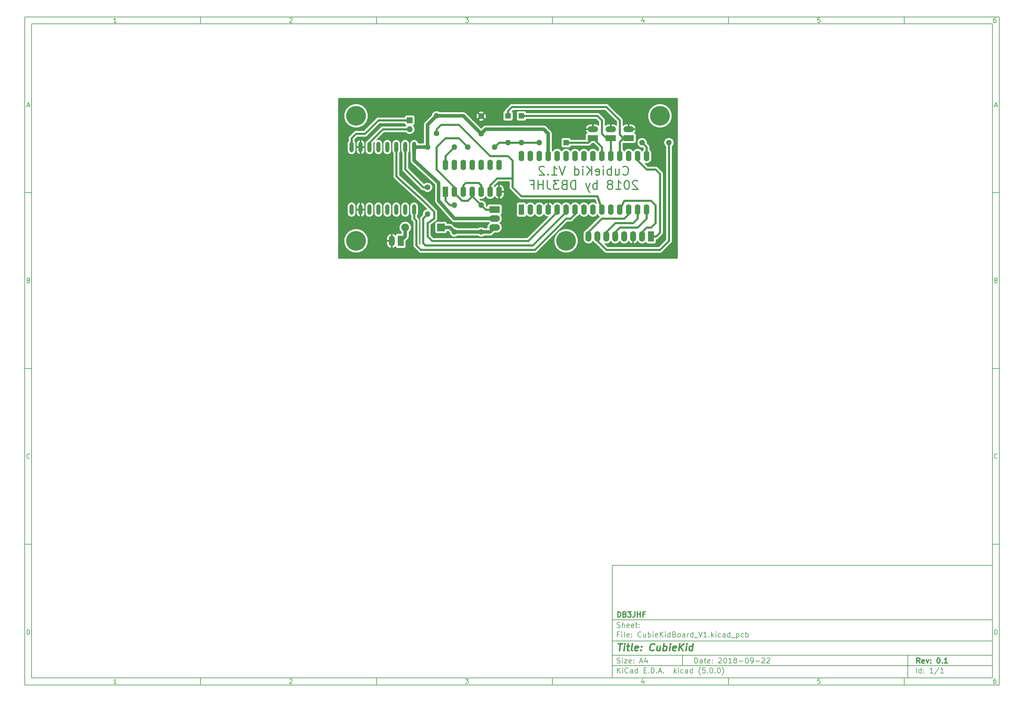
<source format=gbr>
G04 #@! TF.GenerationSoftware,KiCad,Pcbnew,(5.0.0)*
G04 #@! TF.CreationDate,2018-10-10T12:07:14+02:00*
G04 #@! TF.ProjectId,CubieKidBoard_V1,43756269654B6964426F6172645F5631,0.1*
G04 #@! TF.SameCoordinates,Original*
G04 #@! TF.FileFunction,Copper,L2,Bot,Signal*
G04 #@! TF.FilePolarity,Positive*
%FSLAX46Y46*%
G04 Gerber Fmt 4.6, Leading zero omitted, Abs format (unit mm)*
G04 Created by KiCad (PCBNEW (5.0.0)) date 10/10/18 12:07:14*
%MOMM*%
%LPD*%
G01*
G04 APERTURE LIST*
%ADD10C,0.100000*%
%ADD11C,0.150000*%
%ADD12C,0.300000*%
%ADD13C,0.400000*%
G04 #@! TA.AperFunction,NonConductor*
%ADD14C,0.300000*%
G04 #@! TD*
G04 #@! TA.AperFunction,ComponentPad*
%ADD15O,3.000000X1.700000*%
G04 #@! TD*
G04 #@! TA.AperFunction,ComponentPad*
%ADD16R,3.000000X1.700000*%
G04 #@! TD*
G04 #@! TA.AperFunction,ComponentPad*
%ADD17R,1.700000X3.000000*%
G04 #@! TD*
G04 #@! TA.AperFunction,ComponentPad*
%ADD18O,1.700000X3.000000*%
G04 #@! TD*
G04 #@! TA.AperFunction,ComponentPad*
%ADD19R,3.000000X1.905000*%
G04 #@! TD*
G04 #@! TA.AperFunction,ComponentPad*
%ADD20O,3.000000X1.905000*%
G04 #@! TD*
G04 #@! TA.AperFunction,ComponentPad*
%ADD21R,1.600000X3.000000*%
G04 #@! TD*
G04 #@! TA.AperFunction,ComponentPad*
%ADD22O,1.600000X3.000000*%
G04 #@! TD*
G04 #@! TA.AperFunction,ComponentPad*
%ADD23C,5.600000*%
G04 #@! TD*
G04 #@! TA.AperFunction,ComponentPad*
%ADD24C,1.600000*%
G04 #@! TD*
G04 #@! TA.AperFunction,ComponentPad*
%ADD25R,1.600000X1.600000*%
G04 #@! TD*
G04 #@! TA.AperFunction,ComponentPad*
%ADD26O,1.600000X1.600000*%
G04 #@! TD*
G04 #@! TA.AperFunction,ComponentPad*
%ADD27O,1.200000X3.000000*%
G04 #@! TD*
G04 #@! TA.AperFunction,ComponentPad*
%ADD28R,2.200000X2.200000*%
G04 #@! TD*
G04 #@! TA.AperFunction,ComponentPad*
%ADD29O,2.200000X2.200000*%
G04 #@! TD*
G04 #@! TA.AperFunction,ComponentPad*
%ADD30O,1.700000X1.700000*%
G04 #@! TD*
G04 #@! TA.AperFunction,ComponentPad*
%ADD31R,1.700000X1.700000*%
G04 #@! TD*
G04 #@! TA.AperFunction,Conductor*
%ADD32C,0.600000*%
G04 #@! TD*
G04 #@! TA.AperFunction,Conductor*
%ADD33C,0.250000*%
G04 #@! TD*
G04 #@! TA.AperFunction,Conductor*
%ADD34C,1.000000*%
G04 #@! TD*
G04 #@! TA.AperFunction,Conductor*
%ADD35C,0.254000*%
G04 #@! TD*
G04 APERTURE END LIST*
D10*
D11*
X177002200Y-166007200D02*
X177002200Y-198007200D01*
X285002200Y-198007200D01*
X285002200Y-166007200D01*
X177002200Y-166007200D01*
D10*
D11*
X10000000Y-10000000D02*
X10000000Y-200007200D01*
X287002200Y-200007200D01*
X287002200Y-10000000D01*
X10000000Y-10000000D01*
D10*
D11*
X12000000Y-12000000D02*
X12000000Y-198007200D01*
X285002200Y-198007200D01*
X285002200Y-12000000D01*
X12000000Y-12000000D01*
D10*
D11*
X60000000Y-12000000D02*
X60000000Y-10000000D01*
D10*
D11*
X110000000Y-12000000D02*
X110000000Y-10000000D01*
D10*
D11*
X160000000Y-12000000D02*
X160000000Y-10000000D01*
D10*
D11*
X210000000Y-12000000D02*
X210000000Y-10000000D01*
D10*
D11*
X260000000Y-12000000D02*
X260000000Y-10000000D01*
D10*
D11*
X36065476Y-11588095D02*
X35322619Y-11588095D01*
X35694047Y-11588095D02*
X35694047Y-10288095D01*
X35570238Y-10473809D01*
X35446428Y-10597619D01*
X35322619Y-10659523D01*
D10*
D11*
X85322619Y-10411904D02*
X85384523Y-10350000D01*
X85508333Y-10288095D01*
X85817857Y-10288095D01*
X85941666Y-10350000D01*
X86003571Y-10411904D01*
X86065476Y-10535714D01*
X86065476Y-10659523D01*
X86003571Y-10845238D01*
X85260714Y-11588095D01*
X86065476Y-11588095D01*
D10*
D11*
X135260714Y-10288095D02*
X136065476Y-10288095D01*
X135632142Y-10783333D01*
X135817857Y-10783333D01*
X135941666Y-10845238D01*
X136003571Y-10907142D01*
X136065476Y-11030952D01*
X136065476Y-11340476D01*
X136003571Y-11464285D01*
X135941666Y-11526190D01*
X135817857Y-11588095D01*
X135446428Y-11588095D01*
X135322619Y-11526190D01*
X135260714Y-11464285D01*
D10*
D11*
X185941666Y-10721428D02*
X185941666Y-11588095D01*
X185632142Y-10226190D02*
X185322619Y-11154761D01*
X186127380Y-11154761D01*
D10*
D11*
X236003571Y-10288095D02*
X235384523Y-10288095D01*
X235322619Y-10907142D01*
X235384523Y-10845238D01*
X235508333Y-10783333D01*
X235817857Y-10783333D01*
X235941666Y-10845238D01*
X236003571Y-10907142D01*
X236065476Y-11030952D01*
X236065476Y-11340476D01*
X236003571Y-11464285D01*
X235941666Y-11526190D01*
X235817857Y-11588095D01*
X235508333Y-11588095D01*
X235384523Y-11526190D01*
X235322619Y-11464285D01*
D10*
D11*
X285941666Y-10288095D02*
X285694047Y-10288095D01*
X285570238Y-10350000D01*
X285508333Y-10411904D01*
X285384523Y-10597619D01*
X285322619Y-10845238D01*
X285322619Y-11340476D01*
X285384523Y-11464285D01*
X285446428Y-11526190D01*
X285570238Y-11588095D01*
X285817857Y-11588095D01*
X285941666Y-11526190D01*
X286003571Y-11464285D01*
X286065476Y-11340476D01*
X286065476Y-11030952D01*
X286003571Y-10907142D01*
X285941666Y-10845238D01*
X285817857Y-10783333D01*
X285570238Y-10783333D01*
X285446428Y-10845238D01*
X285384523Y-10907142D01*
X285322619Y-11030952D01*
D10*
D11*
X60000000Y-198007200D02*
X60000000Y-200007200D01*
D10*
D11*
X110000000Y-198007200D02*
X110000000Y-200007200D01*
D10*
D11*
X160000000Y-198007200D02*
X160000000Y-200007200D01*
D10*
D11*
X210000000Y-198007200D02*
X210000000Y-200007200D01*
D10*
D11*
X260000000Y-198007200D02*
X260000000Y-200007200D01*
D10*
D11*
X36065476Y-199595295D02*
X35322619Y-199595295D01*
X35694047Y-199595295D02*
X35694047Y-198295295D01*
X35570238Y-198481009D01*
X35446428Y-198604819D01*
X35322619Y-198666723D01*
D10*
D11*
X85322619Y-198419104D02*
X85384523Y-198357200D01*
X85508333Y-198295295D01*
X85817857Y-198295295D01*
X85941666Y-198357200D01*
X86003571Y-198419104D01*
X86065476Y-198542914D01*
X86065476Y-198666723D01*
X86003571Y-198852438D01*
X85260714Y-199595295D01*
X86065476Y-199595295D01*
D10*
D11*
X135260714Y-198295295D02*
X136065476Y-198295295D01*
X135632142Y-198790533D01*
X135817857Y-198790533D01*
X135941666Y-198852438D01*
X136003571Y-198914342D01*
X136065476Y-199038152D01*
X136065476Y-199347676D01*
X136003571Y-199471485D01*
X135941666Y-199533390D01*
X135817857Y-199595295D01*
X135446428Y-199595295D01*
X135322619Y-199533390D01*
X135260714Y-199471485D01*
D10*
D11*
X185941666Y-198728628D02*
X185941666Y-199595295D01*
X185632142Y-198233390D02*
X185322619Y-199161961D01*
X186127380Y-199161961D01*
D10*
D11*
X236003571Y-198295295D02*
X235384523Y-198295295D01*
X235322619Y-198914342D01*
X235384523Y-198852438D01*
X235508333Y-198790533D01*
X235817857Y-198790533D01*
X235941666Y-198852438D01*
X236003571Y-198914342D01*
X236065476Y-199038152D01*
X236065476Y-199347676D01*
X236003571Y-199471485D01*
X235941666Y-199533390D01*
X235817857Y-199595295D01*
X235508333Y-199595295D01*
X235384523Y-199533390D01*
X235322619Y-199471485D01*
D10*
D11*
X285941666Y-198295295D02*
X285694047Y-198295295D01*
X285570238Y-198357200D01*
X285508333Y-198419104D01*
X285384523Y-198604819D01*
X285322619Y-198852438D01*
X285322619Y-199347676D01*
X285384523Y-199471485D01*
X285446428Y-199533390D01*
X285570238Y-199595295D01*
X285817857Y-199595295D01*
X285941666Y-199533390D01*
X286003571Y-199471485D01*
X286065476Y-199347676D01*
X286065476Y-199038152D01*
X286003571Y-198914342D01*
X285941666Y-198852438D01*
X285817857Y-198790533D01*
X285570238Y-198790533D01*
X285446428Y-198852438D01*
X285384523Y-198914342D01*
X285322619Y-199038152D01*
D10*
D11*
X10000000Y-60000000D02*
X12000000Y-60000000D01*
D10*
D11*
X10000000Y-110000000D02*
X12000000Y-110000000D01*
D10*
D11*
X10000000Y-160000000D02*
X12000000Y-160000000D01*
D10*
D11*
X10690476Y-35216666D02*
X11309523Y-35216666D01*
X10566666Y-35588095D02*
X11000000Y-34288095D01*
X11433333Y-35588095D01*
D10*
D11*
X11092857Y-84907142D02*
X11278571Y-84969047D01*
X11340476Y-85030952D01*
X11402380Y-85154761D01*
X11402380Y-85340476D01*
X11340476Y-85464285D01*
X11278571Y-85526190D01*
X11154761Y-85588095D01*
X10659523Y-85588095D01*
X10659523Y-84288095D01*
X11092857Y-84288095D01*
X11216666Y-84350000D01*
X11278571Y-84411904D01*
X11340476Y-84535714D01*
X11340476Y-84659523D01*
X11278571Y-84783333D01*
X11216666Y-84845238D01*
X11092857Y-84907142D01*
X10659523Y-84907142D01*
D10*
D11*
X11402380Y-135464285D02*
X11340476Y-135526190D01*
X11154761Y-135588095D01*
X11030952Y-135588095D01*
X10845238Y-135526190D01*
X10721428Y-135402380D01*
X10659523Y-135278571D01*
X10597619Y-135030952D01*
X10597619Y-134845238D01*
X10659523Y-134597619D01*
X10721428Y-134473809D01*
X10845238Y-134350000D01*
X11030952Y-134288095D01*
X11154761Y-134288095D01*
X11340476Y-134350000D01*
X11402380Y-134411904D01*
D10*
D11*
X10659523Y-185588095D02*
X10659523Y-184288095D01*
X10969047Y-184288095D01*
X11154761Y-184350000D01*
X11278571Y-184473809D01*
X11340476Y-184597619D01*
X11402380Y-184845238D01*
X11402380Y-185030952D01*
X11340476Y-185278571D01*
X11278571Y-185402380D01*
X11154761Y-185526190D01*
X10969047Y-185588095D01*
X10659523Y-185588095D01*
D10*
D11*
X287002200Y-60000000D02*
X285002200Y-60000000D01*
D10*
D11*
X287002200Y-110000000D02*
X285002200Y-110000000D01*
D10*
D11*
X287002200Y-160000000D02*
X285002200Y-160000000D01*
D10*
D11*
X285692676Y-35216666D02*
X286311723Y-35216666D01*
X285568866Y-35588095D02*
X286002200Y-34288095D01*
X286435533Y-35588095D01*
D10*
D11*
X286095057Y-84907142D02*
X286280771Y-84969047D01*
X286342676Y-85030952D01*
X286404580Y-85154761D01*
X286404580Y-85340476D01*
X286342676Y-85464285D01*
X286280771Y-85526190D01*
X286156961Y-85588095D01*
X285661723Y-85588095D01*
X285661723Y-84288095D01*
X286095057Y-84288095D01*
X286218866Y-84350000D01*
X286280771Y-84411904D01*
X286342676Y-84535714D01*
X286342676Y-84659523D01*
X286280771Y-84783333D01*
X286218866Y-84845238D01*
X286095057Y-84907142D01*
X285661723Y-84907142D01*
D10*
D11*
X286404580Y-135464285D02*
X286342676Y-135526190D01*
X286156961Y-135588095D01*
X286033152Y-135588095D01*
X285847438Y-135526190D01*
X285723628Y-135402380D01*
X285661723Y-135278571D01*
X285599819Y-135030952D01*
X285599819Y-134845238D01*
X285661723Y-134597619D01*
X285723628Y-134473809D01*
X285847438Y-134350000D01*
X286033152Y-134288095D01*
X286156961Y-134288095D01*
X286342676Y-134350000D01*
X286404580Y-134411904D01*
D10*
D11*
X285661723Y-185588095D02*
X285661723Y-184288095D01*
X285971247Y-184288095D01*
X286156961Y-184350000D01*
X286280771Y-184473809D01*
X286342676Y-184597619D01*
X286404580Y-184845238D01*
X286404580Y-185030952D01*
X286342676Y-185278571D01*
X286280771Y-185402380D01*
X286156961Y-185526190D01*
X285971247Y-185588095D01*
X285661723Y-185588095D01*
D10*
D11*
X200434342Y-193785771D02*
X200434342Y-192285771D01*
X200791485Y-192285771D01*
X201005771Y-192357200D01*
X201148628Y-192500057D01*
X201220057Y-192642914D01*
X201291485Y-192928628D01*
X201291485Y-193142914D01*
X201220057Y-193428628D01*
X201148628Y-193571485D01*
X201005771Y-193714342D01*
X200791485Y-193785771D01*
X200434342Y-193785771D01*
X202577200Y-193785771D02*
X202577200Y-193000057D01*
X202505771Y-192857200D01*
X202362914Y-192785771D01*
X202077200Y-192785771D01*
X201934342Y-192857200D01*
X202577200Y-193714342D02*
X202434342Y-193785771D01*
X202077200Y-193785771D01*
X201934342Y-193714342D01*
X201862914Y-193571485D01*
X201862914Y-193428628D01*
X201934342Y-193285771D01*
X202077200Y-193214342D01*
X202434342Y-193214342D01*
X202577200Y-193142914D01*
X203077200Y-192785771D02*
X203648628Y-192785771D01*
X203291485Y-192285771D02*
X203291485Y-193571485D01*
X203362914Y-193714342D01*
X203505771Y-193785771D01*
X203648628Y-193785771D01*
X204720057Y-193714342D02*
X204577200Y-193785771D01*
X204291485Y-193785771D01*
X204148628Y-193714342D01*
X204077200Y-193571485D01*
X204077200Y-193000057D01*
X204148628Y-192857200D01*
X204291485Y-192785771D01*
X204577200Y-192785771D01*
X204720057Y-192857200D01*
X204791485Y-193000057D01*
X204791485Y-193142914D01*
X204077200Y-193285771D01*
X205434342Y-193642914D02*
X205505771Y-193714342D01*
X205434342Y-193785771D01*
X205362914Y-193714342D01*
X205434342Y-193642914D01*
X205434342Y-193785771D01*
X205434342Y-192857200D02*
X205505771Y-192928628D01*
X205434342Y-193000057D01*
X205362914Y-192928628D01*
X205434342Y-192857200D01*
X205434342Y-193000057D01*
X207220057Y-192428628D02*
X207291485Y-192357200D01*
X207434342Y-192285771D01*
X207791485Y-192285771D01*
X207934342Y-192357200D01*
X208005771Y-192428628D01*
X208077200Y-192571485D01*
X208077200Y-192714342D01*
X208005771Y-192928628D01*
X207148628Y-193785771D01*
X208077200Y-193785771D01*
X209005771Y-192285771D02*
X209148628Y-192285771D01*
X209291485Y-192357200D01*
X209362914Y-192428628D01*
X209434342Y-192571485D01*
X209505771Y-192857200D01*
X209505771Y-193214342D01*
X209434342Y-193500057D01*
X209362914Y-193642914D01*
X209291485Y-193714342D01*
X209148628Y-193785771D01*
X209005771Y-193785771D01*
X208862914Y-193714342D01*
X208791485Y-193642914D01*
X208720057Y-193500057D01*
X208648628Y-193214342D01*
X208648628Y-192857200D01*
X208720057Y-192571485D01*
X208791485Y-192428628D01*
X208862914Y-192357200D01*
X209005771Y-192285771D01*
X210934342Y-193785771D02*
X210077200Y-193785771D01*
X210505771Y-193785771D02*
X210505771Y-192285771D01*
X210362914Y-192500057D01*
X210220057Y-192642914D01*
X210077200Y-192714342D01*
X211791485Y-192928628D02*
X211648628Y-192857200D01*
X211577200Y-192785771D01*
X211505771Y-192642914D01*
X211505771Y-192571485D01*
X211577200Y-192428628D01*
X211648628Y-192357200D01*
X211791485Y-192285771D01*
X212077200Y-192285771D01*
X212220057Y-192357200D01*
X212291485Y-192428628D01*
X212362914Y-192571485D01*
X212362914Y-192642914D01*
X212291485Y-192785771D01*
X212220057Y-192857200D01*
X212077200Y-192928628D01*
X211791485Y-192928628D01*
X211648628Y-193000057D01*
X211577200Y-193071485D01*
X211505771Y-193214342D01*
X211505771Y-193500057D01*
X211577200Y-193642914D01*
X211648628Y-193714342D01*
X211791485Y-193785771D01*
X212077200Y-193785771D01*
X212220057Y-193714342D01*
X212291485Y-193642914D01*
X212362914Y-193500057D01*
X212362914Y-193214342D01*
X212291485Y-193071485D01*
X212220057Y-193000057D01*
X212077200Y-192928628D01*
X213005771Y-193214342D02*
X214148628Y-193214342D01*
X215148628Y-192285771D02*
X215291485Y-192285771D01*
X215434342Y-192357200D01*
X215505771Y-192428628D01*
X215577200Y-192571485D01*
X215648628Y-192857200D01*
X215648628Y-193214342D01*
X215577200Y-193500057D01*
X215505771Y-193642914D01*
X215434342Y-193714342D01*
X215291485Y-193785771D01*
X215148628Y-193785771D01*
X215005771Y-193714342D01*
X214934342Y-193642914D01*
X214862914Y-193500057D01*
X214791485Y-193214342D01*
X214791485Y-192857200D01*
X214862914Y-192571485D01*
X214934342Y-192428628D01*
X215005771Y-192357200D01*
X215148628Y-192285771D01*
X216362914Y-193785771D02*
X216648628Y-193785771D01*
X216791485Y-193714342D01*
X216862914Y-193642914D01*
X217005771Y-193428628D01*
X217077200Y-193142914D01*
X217077200Y-192571485D01*
X217005771Y-192428628D01*
X216934342Y-192357200D01*
X216791485Y-192285771D01*
X216505771Y-192285771D01*
X216362914Y-192357200D01*
X216291485Y-192428628D01*
X216220057Y-192571485D01*
X216220057Y-192928628D01*
X216291485Y-193071485D01*
X216362914Y-193142914D01*
X216505771Y-193214342D01*
X216791485Y-193214342D01*
X216934342Y-193142914D01*
X217005771Y-193071485D01*
X217077200Y-192928628D01*
X217720057Y-193214342D02*
X218862914Y-193214342D01*
X219505771Y-192428628D02*
X219577200Y-192357200D01*
X219720057Y-192285771D01*
X220077200Y-192285771D01*
X220220057Y-192357200D01*
X220291485Y-192428628D01*
X220362914Y-192571485D01*
X220362914Y-192714342D01*
X220291485Y-192928628D01*
X219434342Y-193785771D01*
X220362914Y-193785771D01*
X220934342Y-192428628D02*
X221005771Y-192357200D01*
X221148628Y-192285771D01*
X221505771Y-192285771D01*
X221648628Y-192357200D01*
X221720057Y-192428628D01*
X221791485Y-192571485D01*
X221791485Y-192714342D01*
X221720057Y-192928628D01*
X220862914Y-193785771D01*
X221791485Y-193785771D01*
D10*
D11*
X177002200Y-194507200D02*
X285002200Y-194507200D01*
D10*
D11*
X178434342Y-196585771D02*
X178434342Y-195085771D01*
X179291485Y-196585771D02*
X178648628Y-195728628D01*
X179291485Y-195085771D02*
X178434342Y-195942914D01*
X179934342Y-196585771D02*
X179934342Y-195585771D01*
X179934342Y-195085771D02*
X179862914Y-195157200D01*
X179934342Y-195228628D01*
X180005771Y-195157200D01*
X179934342Y-195085771D01*
X179934342Y-195228628D01*
X181505771Y-196442914D02*
X181434342Y-196514342D01*
X181220057Y-196585771D01*
X181077200Y-196585771D01*
X180862914Y-196514342D01*
X180720057Y-196371485D01*
X180648628Y-196228628D01*
X180577200Y-195942914D01*
X180577200Y-195728628D01*
X180648628Y-195442914D01*
X180720057Y-195300057D01*
X180862914Y-195157200D01*
X181077200Y-195085771D01*
X181220057Y-195085771D01*
X181434342Y-195157200D01*
X181505771Y-195228628D01*
X182791485Y-196585771D02*
X182791485Y-195800057D01*
X182720057Y-195657200D01*
X182577200Y-195585771D01*
X182291485Y-195585771D01*
X182148628Y-195657200D01*
X182791485Y-196514342D02*
X182648628Y-196585771D01*
X182291485Y-196585771D01*
X182148628Y-196514342D01*
X182077200Y-196371485D01*
X182077200Y-196228628D01*
X182148628Y-196085771D01*
X182291485Y-196014342D01*
X182648628Y-196014342D01*
X182791485Y-195942914D01*
X184148628Y-196585771D02*
X184148628Y-195085771D01*
X184148628Y-196514342D02*
X184005771Y-196585771D01*
X183720057Y-196585771D01*
X183577200Y-196514342D01*
X183505771Y-196442914D01*
X183434342Y-196300057D01*
X183434342Y-195871485D01*
X183505771Y-195728628D01*
X183577200Y-195657200D01*
X183720057Y-195585771D01*
X184005771Y-195585771D01*
X184148628Y-195657200D01*
X186005771Y-195800057D02*
X186505771Y-195800057D01*
X186720057Y-196585771D02*
X186005771Y-196585771D01*
X186005771Y-195085771D01*
X186720057Y-195085771D01*
X187362914Y-196442914D02*
X187434342Y-196514342D01*
X187362914Y-196585771D01*
X187291485Y-196514342D01*
X187362914Y-196442914D01*
X187362914Y-196585771D01*
X188077200Y-196585771D02*
X188077200Y-195085771D01*
X188434342Y-195085771D01*
X188648628Y-195157200D01*
X188791485Y-195300057D01*
X188862914Y-195442914D01*
X188934342Y-195728628D01*
X188934342Y-195942914D01*
X188862914Y-196228628D01*
X188791485Y-196371485D01*
X188648628Y-196514342D01*
X188434342Y-196585771D01*
X188077200Y-196585771D01*
X189577200Y-196442914D02*
X189648628Y-196514342D01*
X189577200Y-196585771D01*
X189505771Y-196514342D01*
X189577200Y-196442914D01*
X189577200Y-196585771D01*
X190220057Y-196157200D02*
X190934342Y-196157200D01*
X190077200Y-196585771D02*
X190577200Y-195085771D01*
X191077200Y-196585771D01*
X191577200Y-196442914D02*
X191648628Y-196514342D01*
X191577200Y-196585771D01*
X191505771Y-196514342D01*
X191577200Y-196442914D01*
X191577200Y-196585771D01*
X194577200Y-196585771D02*
X194577200Y-195085771D01*
X194720057Y-196014342D02*
X195148628Y-196585771D01*
X195148628Y-195585771D02*
X194577200Y-196157200D01*
X195791485Y-196585771D02*
X195791485Y-195585771D01*
X195791485Y-195085771D02*
X195720057Y-195157200D01*
X195791485Y-195228628D01*
X195862914Y-195157200D01*
X195791485Y-195085771D01*
X195791485Y-195228628D01*
X197148628Y-196514342D02*
X197005771Y-196585771D01*
X196720057Y-196585771D01*
X196577200Y-196514342D01*
X196505771Y-196442914D01*
X196434342Y-196300057D01*
X196434342Y-195871485D01*
X196505771Y-195728628D01*
X196577200Y-195657200D01*
X196720057Y-195585771D01*
X197005771Y-195585771D01*
X197148628Y-195657200D01*
X198434342Y-196585771D02*
X198434342Y-195800057D01*
X198362914Y-195657200D01*
X198220057Y-195585771D01*
X197934342Y-195585771D01*
X197791485Y-195657200D01*
X198434342Y-196514342D02*
X198291485Y-196585771D01*
X197934342Y-196585771D01*
X197791485Y-196514342D01*
X197720057Y-196371485D01*
X197720057Y-196228628D01*
X197791485Y-196085771D01*
X197934342Y-196014342D01*
X198291485Y-196014342D01*
X198434342Y-195942914D01*
X199791485Y-196585771D02*
X199791485Y-195085771D01*
X199791485Y-196514342D02*
X199648628Y-196585771D01*
X199362914Y-196585771D01*
X199220057Y-196514342D01*
X199148628Y-196442914D01*
X199077200Y-196300057D01*
X199077200Y-195871485D01*
X199148628Y-195728628D01*
X199220057Y-195657200D01*
X199362914Y-195585771D01*
X199648628Y-195585771D01*
X199791485Y-195657200D01*
X202077200Y-197157200D02*
X202005771Y-197085771D01*
X201862914Y-196871485D01*
X201791485Y-196728628D01*
X201720057Y-196514342D01*
X201648628Y-196157200D01*
X201648628Y-195871485D01*
X201720057Y-195514342D01*
X201791485Y-195300057D01*
X201862914Y-195157200D01*
X202005771Y-194942914D01*
X202077200Y-194871485D01*
X203362914Y-195085771D02*
X202648628Y-195085771D01*
X202577200Y-195800057D01*
X202648628Y-195728628D01*
X202791485Y-195657200D01*
X203148628Y-195657200D01*
X203291485Y-195728628D01*
X203362914Y-195800057D01*
X203434342Y-195942914D01*
X203434342Y-196300057D01*
X203362914Y-196442914D01*
X203291485Y-196514342D01*
X203148628Y-196585771D01*
X202791485Y-196585771D01*
X202648628Y-196514342D01*
X202577200Y-196442914D01*
X204077200Y-196442914D02*
X204148628Y-196514342D01*
X204077200Y-196585771D01*
X204005771Y-196514342D01*
X204077200Y-196442914D01*
X204077200Y-196585771D01*
X205077200Y-195085771D02*
X205220057Y-195085771D01*
X205362914Y-195157200D01*
X205434342Y-195228628D01*
X205505771Y-195371485D01*
X205577200Y-195657200D01*
X205577200Y-196014342D01*
X205505771Y-196300057D01*
X205434342Y-196442914D01*
X205362914Y-196514342D01*
X205220057Y-196585771D01*
X205077200Y-196585771D01*
X204934342Y-196514342D01*
X204862914Y-196442914D01*
X204791485Y-196300057D01*
X204720057Y-196014342D01*
X204720057Y-195657200D01*
X204791485Y-195371485D01*
X204862914Y-195228628D01*
X204934342Y-195157200D01*
X205077200Y-195085771D01*
X206220057Y-196442914D02*
X206291485Y-196514342D01*
X206220057Y-196585771D01*
X206148628Y-196514342D01*
X206220057Y-196442914D01*
X206220057Y-196585771D01*
X207220057Y-195085771D02*
X207362914Y-195085771D01*
X207505771Y-195157200D01*
X207577200Y-195228628D01*
X207648628Y-195371485D01*
X207720057Y-195657200D01*
X207720057Y-196014342D01*
X207648628Y-196300057D01*
X207577200Y-196442914D01*
X207505771Y-196514342D01*
X207362914Y-196585771D01*
X207220057Y-196585771D01*
X207077200Y-196514342D01*
X207005771Y-196442914D01*
X206934342Y-196300057D01*
X206862914Y-196014342D01*
X206862914Y-195657200D01*
X206934342Y-195371485D01*
X207005771Y-195228628D01*
X207077200Y-195157200D01*
X207220057Y-195085771D01*
X208220057Y-197157200D02*
X208291485Y-197085771D01*
X208434342Y-196871485D01*
X208505771Y-196728628D01*
X208577200Y-196514342D01*
X208648628Y-196157200D01*
X208648628Y-195871485D01*
X208577200Y-195514342D01*
X208505771Y-195300057D01*
X208434342Y-195157200D01*
X208291485Y-194942914D01*
X208220057Y-194871485D01*
D10*
D11*
X177002200Y-191507200D02*
X285002200Y-191507200D01*
D10*
D12*
X264411485Y-193785771D02*
X263911485Y-193071485D01*
X263554342Y-193785771D02*
X263554342Y-192285771D01*
X264125771Y-192285771D01*
X264268628Y-192357200D01*
X264340057Y-192428628D01*
X264411485Y-192571485D01*
X264411485Y-192785771D01*
X264340057Y-192928628D01*
X264268628Y-193000057D01*
X264125771Y-193071485D01*
X263554342Y-193071485D01*
X265625771Y-193714342D02*
X265482914Y-193785771D01*
X265197200Y-193785771D01*
X265054342Y-193714342D01*
X264982914Y-193571485D01*
X264982914Y-193000057D01*
X265054342Y-192857200D01*
X265197200Y-192785771D01*
X265482914Y-192785771D01*
X265625771Y-192857200D01*
X265697200Y-193000057D01*
X265697200Y-193142914D01*
X264982914Y-193285771D01*
X266197200Y-192785771D02*
X266554342Y-193785771D01*
X266911485Y-192785771D01*
X267482914Y-193642914D02*
X267554342Y-193714342D01*
X267482914Y-193785771D01*
X267411485Y-193714342D01*
X267482914Y-193642914D01*
X267482914Y-193785771D01*
X267482914Y-192857200D02*
X267554342Y-192928628D01*
X267482914Y-193000057D01*
X267411485Y-192928628D01*
X267482914Y-192857200D01*
X267482914Y-193000057D01*
X269625771Y-192285771D02*
X269768628Y-192285771D01*
X269911485Y-192357200D01*
X269982914Y-192428628D01*
X270054342Y-192571485D01*
X270125771Y-192857200D01*
X270125771Y-193214342D01*
X270054342Y-193500057D01*
X269982914Y-193642914D01*
X269911485Y-193714342D01*
X269768628Y-193785771D01*
X269625771Y-193785771D01*
X269482914Y-193714342D01*
X269411485Y-193642914D01*
X269340057Y-193500057D01*
X269268628Y-193214342D01*
X269268628Y-192857200D01*
X269340057Y-192571485D01*
X269411485Y-192428628D01*
X269482914Y-192357200D01*
X269625771Y-192285771D01*
X270768628Y-193642914D02*
X270840057Y-193714342D01*
X270768628Y-193785771D01*
X270697200Y-193714342D01*
X270768628Y-193642914D01*
X270768628Y-193785771D01*
X272268628Y-193785771D02*
X271411485Y-193785771D01*
X271840057Y-193785771D02*
X271840057Y-192285771D01*
X271697200Y-192500057D01*
X271554342Y-192642914D01*
X271411485Y-192714342D01*
D10*
D11*
X178362914Y-193714342D02*
X178577200Y-193785771D01*
X178934342Y-193785771D01*
X179077200Y-193714342D01*
X179148628Y-193642914D01*
X179220057Y-193500057D01*
X179220057Y-193357200D01*
X179148628Y-193214342D01*
X179077200Y-193142914D01*
X178934342Y-193071485D01*
X178648628Y-193000057D01*
X178505771Y-192928628D01*
X178434342Y-192857200D01*
X178362914Y-192714342D01*
X178362914Y-192571485D01*
X178434342Y-192428628D01*
X178505771Y-192357200D01*
X178648628Y-192285771D01*
X179005771Y-192285771D01*
X179220057Y-192357200D01*
X179862914Y-193785771D02*
X179862914Y-192785771D01*
X179862914Y-192285771D02*
X179791485Y-192357200D01*
X179862914Y-192428628D01*
X179934342Y-192357200D01*
X179862914Y-192285771D01*
X179862914Y-192428628D01*
X180434342Y-192785771D02*
X181220057Y-192785771D01*
X180434342Y-193785771D01*
X181220057Y-193785771D01*
X182362914Y-193714342D02*
X182220057Y-193785771D01*
X181934342Y-193785771D01*
X181791485Y-193714342D01*
X181720057Y-193571485D01*
X181720057Y-193000057D01*
X181791485Y-192857200D01*
X181934342Y-192785771D01*
X182220057Y-192785771D01*
X182362914Y-192857200D01*
X182434342Y-193000057D01*
X182434342Y-193142914D01*
X181720057Y-193285771D01*
X183077200Y-193642914D02*
X183148628Y-193714342D01*
X183077200Y-193785771D01*
X183005771Y-193714342D01*
X183077200Y-193642914D01*
X183077200Y-193785771D01*
X183077200Y-192857200D02*
X183148628Y-192928628D01*
X183077200Y-193000057D01*
X183005771Y-192928628D01*
X183077200Y-192857200D01*
X183077200Y-193000057D01*
X184862914Y-193357200D02*
X185577200Y-193357200D01*
X184720057Y-193785771D02*
X185220057Y-192285771D01*
X185720057Y-193785771D01*
X186862914Y-192785771D02*
X186862914Y-193785771D01*
X186505771Y-192214342D02*
X186148628Y-193285771D01*
X187077200Y-193285771D01*
D10*
D11*
X263434342Y-196585771D02*
X263434342Y-195085771D01*
X264791485Y-196585771D02*
X264791485Y-195085771D01*
X264791485Y-196514342D02*
X264648628Y-196585771D01*
X264362914Y-196585771D01*
X264220057Y-196514342D01*
X264148628Y-196442914D01*
X264077200Y-196300057D01*
X264077200Y-195871485D01*
X264148628Y-195728628D01*
X264220057Y-195657200D01*
X264362914Y-195585771D01*
X264648628Y-195585771D01*
X264791485Y-195657200D01*
X265505771Y-196442914D02*
X265577200Y-196514342D01*
X265505771Y-196585771D01*
X265434342Y-196514342D01*
X265505771Y-196442914D01*
X265505771Y-196585771D01*
X265505771Y-195657200D02*
X265577200Y-195728628D01*
X265505771Y-195800057D01*
X265434342Y-195728628D01*
X265505771Y-195657200D01*
X265505771Y-195800057D01*
X268148628Y-196585771D02*
X267291485Y-196585771D01*
X267720057Y-196585771D02*
X267720057Y-195085771D01*
X267577200Y-195300057D01*
X267434342Y-195442914D01*
X267291485Y-195514342D01*
X269862914Y-195014342D02*
X268577200Y-196942914D01*
X271148628Y-196585771D02*
X270291485Y-196585771D01*
X270720057Y-196585771D02*
X270720057Y-195085771D01*
X270577200Y-195300057D01*
X270434342Y-195442914D01*
X270291485Y-195514342D01*
D10*
D11*
X177002200Y-187507200D02*
X285002200Y-187507200D01*
D10*
D13*
X178714580Y-188211961D02*
X179857438Y-188211961D01*
X179036009Y-190211961D02*
X179286009Y-188211961D01*
X180274104Y-190211961D02*
X180440771Y-188878628D01*
X180524104Y-188211961D02*
X180416961Y-188307200D01*
X180500295Y-188402438D01*
X180607438Y-188307200D01*
X180524104Y-188211961D01*
X180500295Y-188402438D01*
X181107438Y-188878628D02*
X181869342Y-188878628D01*
X181476485Y-188211961D02*
X181262200Y-189926247D01*
X181333628Y-190116723D01*
X181512200Y-190211961D01*
X181702676Y-190211961D01*
X182655057Y-190211961D02*
X182476485Y-190116723D01*
X182405057Y-189926247D01*
X182619342Y-188211961D01*
X184190771Y-190116723D02*
X183988390Y-190211961D01*
X183607438Y-190211961D01*
X183428866Y-190116723D01*
X183357438Y-189926247D01*
X183452676Y-189164342D01*
X183571723Y-188973866D01*
X183774104Y-188878628D01*
X184155057Y-188878628D01*
X184333628Y-188973866D01*
X184405057Y-189164342D01*
X184381247Y-189354819D01*
X183405057Y-189545295D01*
X185155057Y-190021485D02*
X185238390Y-190116723D01*
X185131247Y-190211961D01*
X185047914Y-190116723D01*
X185155057Y-190021485D01*
X185131247Y-190211961D01*
X185286009Y-188973866D02*
X185369342Y-189069104D01*
X185262200Y-189164342D01*
X185178866Y-189069104D01*
X185286009Y-188973866D01*
X185262200Y-189164342D01*
X188774104Y-190021485D02*
X188666961Y-190116723D01*
X188369342Y-190211961D01*
X188178866Y-190211961D01*
X187905057Y-190116723D01*
X187738390Y-189926247D01*
X187666961Y-189735771D01*
X187619342Y-189354819D01*
X187655057Y-189069104D01*
X187797914Y-188688152D01*
X187916961Y-188497676D01*
X188131247Y-188307200D01*
X188428866Y-188211961D01*
X188619342Y-188211961D01*
X188893152Y-188307200D01*
X188976485Y-188402438D01*
X190631247Y-188878628D02*
X190464580Y-190211961D01*
X189774104Y-188878628D02*
X189643152Y-189926247D01*
X189714580Y-190116723D01*
X189893152Y-190211961D01*
X190178866Y-190211961D01*
X190381247Y-190116723D01*
X190488390Y-190021485D01*
X191416961Y-190211961D02*
X191666961Y-188211961D01*
X191571723Y-188973866D02*
X191774104Y-188878628D01*
X192155057Y-188878628D01*
X192333628Y-188973866D01*
X192416961Y-189069104D01*
X192488390Y-189259580D01*
X192416961Y-189831009D01*
X192297914Y-190021485D01*
X192190771Y-190116723D01*
X191988390Y-190211961D01*
X191607438Y-190211961D01*
X191428866Y-190116723D01*
X193226485Y-190211961D02*
X193393152Y-188878628D01*
X193476485Y-188211961D02*
X193369342Y-188307200D01*
X193452676Y-188402438D01*
X193559819Y-188307200D01*
X193476485Y-188211961D01*
X193452676Y-188402438D01*
X194952676Y-190116723D02*
X194750295Y-190211961D01*
X194369342Y-190211961D01*
X194190771Y-190116723D01*
X194119342Y-189926247D01*
X194214580Y-189164342D01*
X194333628Y-188973866D01*
X194536009Y-188878628D01*
X194916961Y-188878628D01*
X195095533Y-188973866D01*
X195166961Y-189164342D01*
X195143152Y-189354819D01*
X194166961Y-189545295D01*
X195893152Y-190211961D02*
X196143152Y-188211961D01*
X197036009Y-190211961D02*
X196321723Y-189069104D01*
X197286009Y-188211961D02*
X196000295Y-189354819D01*
X197893152Y-190211961D02*
X198059819Y-188878628D01*
X198143152Y-188211961D02*
X198036009Y-188307200D01*
X198119342Y-188402438D01*
X198226485Y-188307200D01*
X198143152Y-188211961D01*
X198119342Y-188402438D01*
X199702676Y-190211961D02*
X199952676Y-188211961D01*
X199714580Y-190116723D02*
X199512200Y-190211961D01*
X199131247Y-190211961D01*
X198952676Y-190116723D01*
X198869342Y-190021485D01*
X198797914Y-189831009D01*
X198869342Y-189259580D01*
X198988390Y-189069104D01*
X199095533Y-188973866D01*
X199297914Y-188878628D01*
X199678866Y-188878628D01*
X199857438Y-188973866D01*
D10*
D11*
X178934342Y-185600057D02*
X178434342Y-185600057D01*
X178434342Y-186385771D02*
X178434342Y-184885771D01*
X179148628Y-184885771D01*
X179720057Y-186385771D02*
X179720057Y-185385771D01*
X179720057Y-184885771D02*
X179648628Y-184957200D01*
X179720057Y-185028628D01*
X179791485Y-184957200D01*
X179720057Y-184885771D01*
X179720057Y-185028628D01*
X180648628Y-186385771D02*
X180505771Y-186314342D01*
X180434342Y-186171485D01*
X180434342Y-184885771D01*
X181791485Y-186314342D02*
X181648628Y-186385771D01*
X181362914Y-186385771D01*
X181220057Y-186314342D01*
X181148628Y-186171485D01*
X181148628Y-185600057D01*
X181220057Y-185457200D01*
X181362914Y-185385771D01*
X181648628Y-185385771D01*
X181791485Y-185457200D01*
X181862914Y-185600057D01*
X181862914Y-185742914D01*
X181148628Y-185885771D01*
X182505771Y-186242914D02*
X182577200Y-186314342D01*
X182505771Y-186385771D01*
X182434342Y-186314342D01*
X182505771Y-186242914D01*
X182505771Y-186385771D01*
X182505771Y-185457200D02*
X182577200Y-185528628D01*
X182505771Y-185600057D01*
X182434342Y-185528628D01*
X182505771Y-185457200D01*
X182505771Y-185600057D01*
X185220057Y-186242914D02*
X185148628Y-186314342D01*
X184934342Y-186385771D01*
X184791485Y-186385771D01*
X184577200Y-186314342D01*
X184434342Y-186171485D01*
X184362914Y-186028628D01*
X184291485Y-185742914D01*
X184291485Y-185528628D01*
X184362914Y-185242914D01*
X184434342Y-185100057D01*
X184577200Y-184957200D01*
X184791485Y-184885771D01*
X184934342Y-184885771D01*
X185148628Y-184957200D01*
X185220057Y-185028628D01*
X186505771Y-185385771D02*
X186505771Y-186385771D01*
X185862914Y-185385771D02*
X185862914Y-186171485D01*
X185934342Y-186314342D01*
X186077200Y-186385771D01*
X186291485Y-186385771D01*
X186434342Y-186314342D01*
X186505771Y-186242914D01*
X187220057Y-186385771D02*
X187220057Y-184885771D01*
X187220057Y-185457200D02*
X187362914Y-185385771D01*
X187648628Y-185385771D01*
X187791485Y-185457200D01*
X187862914Y-185528628D01*
X187934342Y-185671485D01*
X187934342Y-186100057D01*
X187862914Y-186242914D01*
X187791485Y-186314342D01*
X187648628Y-186385771D01*
X187362914Y-186385771D01*
X187220057Y-186314342D01*
X188577200Y-186385771D02*
X188577200Y-185385771D01*
X188577200Y-184885771D02*
X188505771Y-184957200D01*
X188577200Y-185028628D01*
X188648628Y-184957200D01*
X188577200Y-184885771D01*
X188577200Y-185028628D01*
X189862914Y-186314342D02*
X189720057Y-186385771D01*
X189434342Y-186385771D01*
X189291485Y-186314342D01*
X189220057Y-186171485D01*
X189220057Y-185600057D01*
X189291485Y-185457200D01*
X189434342Y-185385771D01*
X189720057Y-185385771D01*
X189862914Y-185457200D01*
X189934342Y-185600057D01*
X189934342Y-185742914D01*
X189220057Y-185885771D01*
X190577200Y-186385771D02*
X190577200Y-184885771D01*
X191434342Y-186385771D02*
X190791485Y-185528628D01*
X191434342Y-184885771D02*
X190577200Y-185742914D01*
X192077200Y-186385771D02*
X192077200Y-185385771D01*
X192077200Y-184885771D02*
X192005771Y-184957200D01*
X192077200Y-185028628D01*
X192148628Y-184957200D01*
X192077200Y-184885771D01*
X192077200Y-185028628D01*
X193434342Y-186385771D02*
X193434342Y-184885771D01*
X193434342Y-186314342D02*
X193291485Y-186385771D01*
X193005771Y-186385771D01*
X192862914Y-186314342D01*
X192791485Y-186242914D01*
X192720057Y-186100057D01*
X192720057Y-185671485D01*
X192791485Y-185528628D01*
X192862914Y-185457200D01*
X193005771Y-185385771D01*
X193291485Y-185385771D01*
X193434342Y-185457200D01*
X194648628Y-185600057D02*
X194862914Y-185671485D01*
X194934342Y-185742914D01*
X195005771Y-185885771D01*
X195005771Y-186100057D01*
X194934342Y-186242914D01*
X194862914Y-186314342D01*
X194720057Y-186385771D01*
X194148628Y-186385771D01*
X194148628Y-184885771D01*
X194648628Y-184885771D01*
X194791485Y-184957200D01*
X194862914Y-185028628D01*
X194934342Y-185171485D01*
X194934342Y-185314342D01*
X194862914Y-185457200D01*
X194791485Y-185528628D01*
X194648628Y-185600057D01*
X194148628Y-185600057D01*
X195862914Y-186385771D02*
X195720057Y-186314342D01*
X195648628Y-186242914D01*
X195577200Y-186100057D01*
X195577200Y-185671485D01*
X195648628Y-185528628D01*
X195720057Y-185457200D01*
X195862914Y-185385771D01*
X196077200Y-185385771D01*
X196220057Y-185457200D01*
X196291485Y-185528628D01*
X196362914Y-185671485D01*
X196362914Y-186100057D01*
X196291485Y-186242914D01*
X196220057Y-186314342D01*
X196077200Y-186385771D01*
X195862914Y-186385771D01*
X197648628Y-186385771D02*
X197648628Y-185600057D01*
X197577200Y-185457200D01*
X197434342Y-185385771D01*
X197148628Y-185385771D01*
X197005771Y-185457200D01*
X197648628Y-186314342D02*
X197505771Y-186385771D01*
X197148628Y-186385771D01*
X197005771Y-186314342D01*
X196934342Y-186171485D01*
X196934342Y-186028628D01*
X197005771Y-185885771D01*
X197148628Y-185814342D01*
X197505771Y-185814342D01*
X197648628Y-185742914D01*
X198362914Y-186385771D02*
X198362914Y-185385771D01*
X198362914Y-185671485D02*
X198434342Y-185528628D01*
X198505771Y-185457200D01*
X198648628Y-185385771D01*
X198791485Y-185385771D01*
X199934342Y-186385771D02*
X199934342Y-184885771D01*
X199934342Y-186314342D02*
X199791485Y-186385771D01*
X199505771Y-186385771D01*
X199362914Y-186314342D01*
X199291485Y-186242914D01*
X199220057Y-186100057D01*
X199220057Y-185671485D01*
X199291485Y-185528628D01*
X199362914Y-185457200D01*
X199505771Y-185385771D01*
X199791485Y-185385771D01*
X199934342Y-185457200D01*
X200291485Y-186528628D02*
X201434342Y-186528628D01*
X201577200Y-184885771D02*
X202077200Y-186385771D01*
X202577200Y-184885771D01*
X203862914Y-186385771D02*
X203005771Y-186385771D01*
X203434342Y-186385771D02*
X203434342Y-184885771D01*
X203291485Y-185100057D01*
X203148628Y-185242914D01*
X203005771Y-185314342D01*
X204505771Y-186242914D02*
X204577200Y-186314342D01*
X204505771Y-186385771D01*
X204434342Y-186314342D01*
X204505771Y-186242914D01*
X204505771Y-186385771D01*
X205220057Y-186385771D02*
X205220057Y-184885771D01*
X205362914Y-185814342D02*
X205791485Y-186385771D01*
X205791485Y-185385771D02*
X205220057Y-185957200D01*
X206434342Y-186385771D02*
X206434342Y-185385771D01*
X206434342Y-184885771D02*
X206362914Y-184957200D01*
X206434342Y-185028628D01*
X206505771Y-184957200D01*
X206434342Y-184885771D01*
X206434342Y-185028628D01*
X207791485Y-186314342D02*
X207648628Y-186385771D01*
X207362914Y-186385771D01*
X207220057Y-186314342D01*
X207148628Y-186242914D01*
X207077200Y-186100057D01*
X207077200Y-185671485D01*
X207148628Y-185528628D01*
X207220057Y-185457200D01*
X207362914Y-185385771D01*
X207648628Y-185385771D01*
X207791485Y-185457200D01*
X209077200Y-186385771D02*
X209077200Y-185600057D01*
X209005771Y-185457200D01*
X208862914Y-185385771D01*
X208577200Y-185385771D01*
X208434342Y-185457200D01*
X209077200Y-186314342D02*
X208934342Y-186385771D01*
X208577200Y-186385771D01*
X208434342Y-186314342D01*
X208362914Y-186171485D01*
X208362914Y-186028628D01*
X208434342Y-185885771D01*
X208577200Y-185814342D01*
X208934342Y-185814342D01*
X209077200Y-185742914D01*
X210434342Y-186385771D02*
X210434342Y-184885771D01*
X210434342Y-186314342D02*
X210291485Y-186385771D01*
X210005771Y-186385771D01*
X209862914Y-186314342D01*
X209791485Y-186242914D01*
X209720057Y-186100057D01*
X209720057Y-185671485D01*
X209791485Y-185528628D01*
X209862914Y-185457200D01*
X210005771Y-185385771D01*
X210291485Y-185385771D01*
X210434342Y-185457200D01*
X210791485Y-186528628D02*
X211934342Y-186528628D01*
X212291485Y-185385771D02*
X212291485Y-186885771D01*
X212291485Y-185457200D02*
X212434342Y-185385771D01*
X212720057Y-185385771D01*
X212862914Y-185457200D01*
X212934342Y-185528628D01*
X213005771Y-185671485D01*
X213005771Y-186100057D01*
X212934342Y-186242914D01*
X212862914Y-186314342D01*
X212720057Y-186385771D01*
X212434342Y-186385771D01*
X212291485Y-186314342D01*
X214291485Y-186314342D02*
X214148628Y-186385771D01*
X213862914Y-186385771D01*
X213720057Y-186314342D01*
X213648628Y-186242914D01*
X213577200Y-186100057D01*
X213577200Y-185671485D01*
X213648628Y-185528628D01*
X213720057Y-185457200D01*
X213862914Y-185385771D01*
X214148628Y-185385771D01*
X214291485Y-185457200D01*
X214934342Y-186385771D02*
X214934342Y-184885771D01*
X214934342Y-185457200D02*
X215077200Y-185385771D01*
X215362914Y-185385771D01*
X215505771Y-185457200D01*
X215577200Y-185528628D01*
X215648628Y-185671485D01*
X215648628Y-186100057D01*
X215577200Y-186242914D01*
X215505771Y-186314342D01*
X215362914Y-186385771D01*
X215077200Y-186385771D01*
X214934342Y-186314342D01*
D10*
D11*
X177002200Y-181507200D02*
X285002200Y-181507200D01*
D10*
D11*
X178362914Y-183614342D02*
X178577200Y-183685771D01*
X178934342Y-183685771D01*
X179077200Y-183614342D01*
X179148628Y-183542914D01*
X179220057Y-183400057D01*
X179220057Y-183257200D01*
X179148628Y-183114342D01*
X179077200Y-183042914D01*
X178934342Y-182971485D01*
X178648628Y-182900057D01*
X178505771Y-182828628D01*
X178434342Y-182757200D01*
X178362914Y-182614342D01*
X178362914Y-182471485D01*
X178434342Y-182328628D01*
X178505771Y-182257200D01*
X178648628Y-182185771D01*
X179005771Y-182185771D01*
X179220057Y-182257200D01*
X179862914Y-183685771D02*
X179862914Y-182185771D01*
X180505771Y-183685771D02*
X180505771Y-182900057D01*
X180434342Y-182757200D01*
X180291485Y-182685771D01*
X180077200Y-182685771D01*
X179934342Y-182757200D01*
X179862914Y-182828628D01*
X181791485Y-183614342D02*
X181648628Y-183685771D01*
X181362914Y-183685771D01*
X181220057Y-183614342D01*
X181148628Y-183471485D01*
X181148628Y-182900057D01*
X181220057Y-182757200D01*
X181362914Y-182685771D01*
X181648628Y-182685771D01*
X181791485Y-182757200D01*
X181862914Y-182900057D01*
X181862914Y-183042914D01*
X181148628Y-183185771D01*
X183077200Y-183614342D02*
X182934342Y-183685771D01*
X182648628Y-183685771D01*
X182505771Y-183614342D01*
X182434342Y-183471485D01*
X182434342Y-182900057D01*
X182505771Y-182757200D01*
X182648628Y-182685771D01*
X182934342Y-182685771D01*
X183077200Y-182757200D01*
X183148628Y-182900057D01*
X183148628Y-183042914D01*
X182434342Y-183185771D01*
X183577200Y-182685771D02*
X184148628Y-182685771D01*
X183791485Y-182185771D02*
X183791485Y-183471485D01*
X183862914Y-183614342D01*
X184005771Y-183685771D01*
X184148628Y-183685771D01*
X184648628Y-183542914D02*
X184720057Y-183614342D01*
X184648628Y-183685771D01*
X184577200Y-183614342D01*
X184648628Y-183542914D01*
X184648628Y-183685771D01*
X184648628Y-182757200D02*
X184720057Y-182828628D01*
X184648628Y-182900057D01*
X184577200Y-182828628D01*
X184648628Y-182757200D01*
X184648628Y-182900057D01*
D10*
D12*
X178554342Y-180685771D02*
X178554342Y-179185771D01*
X178911485Y-179185771D01*
X179125771Y-179257200D01*
X179268628Y-179400057D01*
X179340057Y-179542914D01*
X179411485Y-179828628D01*
X179411485Y-180042914D01*
X179340057Y-180328628D01*
X179268628Y-180471485D01*
X179125771Y-180614342D01*
X178911485Y-180685771D01*
X178554342Y-180685771D01*
X180554342Y-179900057D02*
X180768628Y-179971485D01*
X180840057Y-180042914D01*
X180911485Y-180185771D01*
X180911485Y-180400057D01*
X180840057Y-180542914D01*
X180768628Y-180614342D01*
X180625771Y-180685771D01*
X180054342Y-180685771D01*
X180054342Y-179185771D01*
X180554342Y-179185771D01*
X180697200Y-179257200D01*
X180768628Y-179328628D01*
X180840057Y-179471485D01*
X180840057Y-179614342D01*
X180768628Y-179757200D01*
X180697200Y-179828628D01*
X180554342Y-179900057D01*
X180054342Y-179900057D01*
X181411485Y-179185771D02*
X182340057Y-179185771D01*
X181840057Y-179757200D01*
X182054342Y-179757200D01*
X182197200Y-179828628D01*
X182268628Y-179900057D01*
X182340057Y-180042914D01*
X182340057Y-180400057D01*
X182268628Y-180542914D01*
X182197200Y-180614342D01*
X182054342Y-180685771D01*
X181625771Y-180685771D01*
X181482914Y-180614342D01*
X181411485Y-180542914D01*
X183411485Y-179185771D02*
X183411485Y-180257200D01*
X183340057Y-180471485D01*
X183197200Y-180614342D01*
X182982914Y-180685771D01*
X182840057Y-180685771D01*
X184125771Y-180685771D02*
X184125771Y-179185771D01*
X184125771Y-179900057D02*
X184982914Y-179900057D01*
X184982914Y-180685771D02*
X184982914Y-179185771D01*
X186197200Y-179900057D02*
X185697200Y-179900057D01*
X185697200Y-180685771D02*
X185697200Y-179185771D01*
X186411485Y-179185771D01*
D10*
D11*
X197002200Y-191507200D02*
X197002200Y-194507200D01*
D10*
D11*
X261002200Y-191507200D02*
X261002200Y-198007200D01*
D14*
X180040952Y-54747857D02*
X180160000Y-54866904D01*
X180517142Y-54985952D01*
X180755238Y-54985952D01*
X181112380Y-54866904D01*
X181350476Y-54628809D01*
X181469523Y-54390714D01*
X181588571Y-53914523D01*
X181588571Y-53557380D01*
X181469523Y-53081190D01*
X181350476Y-52843095D01*
X181112380Y-52605000D01*
X180755238Y-52485952D01*
X180517142Y-52485952D01*
X180160000Y-52605000D01*
X180040952Y-52724047D01*
X177898095Y-53319285D02*
X177898095Y-54985952D01*
X178969523Y-53319285D02*
X178969523Y-54628809D01*
X178850476Y-54866904D01*
X178612380Y-54985952D01*
X178255238Y-54985952D01*
X178017142Y-54866904D01*
X177898095Y-54747857D01*
X176707619Y-54985952D02*
X176707619Y-52485952D01*
X176707619Y-53438333D02*
X176469523Y-53319285D01*
X175993333Y-53319285D01*
X175755238Y-53438333D01*
X175636190Y-53557380D01*
X175517142Y-53795476D01*
X175517142Y-54509761D01*
X175636190Y-54747857D01*
X175755238Y-54866904D01*
X175993333Y-54985952D01*
X176469523Y-54985952D01*
X176707619Y-54866904D01*
X174445714Y-54985952D02*
X174445714Y-53319285D01*
X174445714Y-52485952D02*
X174564761Y-52605000D01*
X174445714Y-52724047D01*
X174326666Y-52605000D01*
X174445714Y-52485952D01*
X174445714Y-52724047D01*
X172302857Y-54866904D02*
X172540952Y-54985952D01*
X173017142Y-54985952D01*
X173255238Y-54866904D01*
X173374285Y-54628809D01*
X173374285Y-53676428D01*
X173255238Y-53438333D01*
X173017142Y-53319285D01*
X172540952Y-53319285D01*
X172302857Y-53438333D01*
X172183809Y-53676428D01*
X172183809Y-53914523D01*
X173374285Y-54152619D01*
X171112380Y-54985952D02*
X171112380Y-52485952D01*
X169683809Y-54985952D02*
X170755238Y-53557380D01*
X169683809Y-52485952D02*
X171112380Y-53914523D01*
X168612380Y-54985952D02*
X168612380Y-53319285D01*
X168612380Y-52485952D02*
X168731428Y-52605000D01*
X168612380Y-52724047D01*
X168493333Y-52605000D01*
X168612380Y-52485952D01*
X168612380Y-52724047D01*
X166350476Y-54985952D02*
X166350476Y-52485952D01*
X166350476Y-54866904D02*
X166588571Y-54985952D01*
X167064761Y-54985952D01*
X167302857Y-54866904D01*
X167421904Y-54747857D01*
X167540952Y-54509761D01*
X167540952Y-53795476D01*
X167421904Y-53557380D01*
X167302857Y-53438333D01*
X167064761Y-53319285D01*
X166588571Y-53319285D01*
X166350476Y-53438333D01*
X163612380Y-52485952D02*
X162779047Y-54985952D01*
X161945714Y-52485952D01*
X159802857Y-54985952D02*
X161231428Y-54985952D01*
X160517142Y-54985952D02*
X160517142Y-52485952D01*
X160755238Y-52843095D01*
X160993333Y-53081190D01*
X161231428Y-53200238D01*
X158731428Y-54747857D02*
X158612380Y-54866904D01*
X158731428Y-54985952D01*
X158850476Y-54866904D01*
X158731428Y-54747857D01*
X158731428Y-54985952D01*
X157660000Y-52724047D02*
X157540952Y-52605000D01*
X157302857Y-52485952D01*
X156707619Y-52485952D01*
X156469523Y-52605000D01*
X156350476Y-52724047D01*
X156231428Y-52962142D01*
X156231428Y-53200238D01*
X156350476Y-53557380D01*
X157779047Y-54985952D01*
X156231428Y-54985952D01*
X184207619Y-56774047D02*
X184088571Y-56655000D01*
X183850476Y-56535952D01*
X183255238Y-56535952D01*
X183017142Y-56655000D01*
X182898095Y-56774047D01*
X182779047Y-57012142D01*
X182779047Y-57250238D01*
X182898095Y-57607380D01*
X184326666Y-59035952D01*
X182779047Y-59035952D01*
X181231428Y-56535952D02*
X180993333Y-56535952D01*
X180755238Y-56655000D01*
X180636190Y-56774047D01*
X180517142Y-57012142D01*
X180398095Y-57488333D01*
X180398095Y-58083571D01*
X180517142Y-58559761D01*
X180636190Y-58797857D01*
X180755238Y-58916904D01*
X180993333Y-59035952D01*
X181231428Y-59035952D01*
X181469523Y-58916904D01*
X181588571Y-58797857D01*
X181707619Y-58559761D01*
X181826666Y-58083571D01*
X181826666Y-57488333D01*
X181707619Y-57012142D01*
X181588571Y-56774047D01*
X181469523Y-56655000D01*
X181231428Y-56535952D01*
X178017142Y-59035952D02*
X179445714Y-59035952D01*
X178731428Y-59035952D02*
X178731428Y-56535952D01*
X178969523Y-56893095D01*
X179207619Y-57131190D01*
X179445714Y-57250238D01*
X176588571Y-57607380D02*
X176826666Y-57488333D01*
X176945714Y-57369285D01*
X177064761Y-57131190D01*
X177064761Y-57012142D01*
X176945714Y-56774047D01*
X176826666Y-56655000D01*
X176588571Y-56535952D01*
X176112380Y-56535952D01*
X175874285Y-56655000D01*
X175755238Y-56774047D01*
X175636190Y-57012142D01*
X175636190Y-57131190D01*
X175755238Y-57369285D01*
X175874285Y-57488333D01*
X176112380Y-57607380D01*
X176588571Y-57607380D01*
X176826666Y-57726428D01*
X176945714Y-57845476D01*
X177064761Y-58083571D01*
X177064761Y-58559761D01*
X176945714Y-58797857D01*
X176826666Y-58916904D01*
X176588571Y-59035952D01*
X176112380Y-59035952D01*
X175874285Y-58916904D01*
X175755238Y-58797857D01*
X175636190Y-58559761D01*
X175636190Y-58083571D01*
X175755238Y-57845476D01*
X175874285Y-57726428D01*
X176112380Y-57607380D01*
X172660000Y-59035952D02*
X172660000Y-56535952D01*
X172660000Y-57488333D02*
X172421904Y-57369285D01*
X171945714Y-57369285D01*
X171707619Y-57488333D01*
X171588571Y-57607380D01*
X171469523Y-57845476D01*
X171469523Y-58559761D01*
X171588571Y-58797857D01*
X171707619Y-58916904D01*
X171945714Y-59035952D01*
X172421904Y-59035952D01*
X172660000Y-58916904D01*
X170636190Y-57369285D02*
X170040952Y-59035952D01*
X169445714Y-57369285D02*
X170040952Y-59035952D01*
X170279047Y-59631190D01*
X170398095Y-59750238D01*
X170636190Y-59869285D01*
X166588571Y-59035952D02*
X166588571Y-56535952D01*
X165993333Y-56535952D01*
X165636190Y-56655000D01*
X165398095Y-56893095D01*
X165279047Y-57131190D01*
X165160000Y-57607380D01*
X165160000Y-57964523D01*
X165279047Y-58440714D01*
X165398095Y-58678809D01*
X165636190Y-58916904D01*
X165993333Y-59035952D01*
X166588571Y-59035952D01*
X163255238Y-57726428D02*
X162898095Y-57845476D01*
X162779047Y-57964523D01*
X162660000Y-58202619D01*
X162660000Y-58559761D01*
X162779047Y-58797857D01*
X162898095Y-58916904D01*
X163136190Y-59035952D01*
X164088571Y-59035952D01*
X164088571Y-56535952D01*
X163255238Y-56535952D01*
X163017142Y-56655000D01*
X162898095Y-56774047D01*
X162779047Y-57012142D01*
X162779047Y-57250238D01*
X162898095Y-57488333D01*
X163017142Y-57607380D01*
X163255238Y-57726428D01*
X164088571Y-57726428D01*
X161826666Y-56535952D02*
X160279047Y-56535952D01*
X161112380Y-57488333D01*
X160755238Y-57488333D01*
X160517142Y-57607380D01*
X160398095Y-57726428D01*
X160279047Y-57964523D01*
X160279047Y-58559761D01*
X160398095Y-58797857D01*
X160517142Y-58916904D01*
X160755238Y-59035952D01*
X161469523Y-59035952D01*
X161707619Y-58916904D01*
X161826666Y-58797857D01*
X158493333Y-56535952D02*
X158493333Y-58321666D01*
X158612380Y-58678809D01*
X158850476Y-58916904D01*
X159207619Y-59035952D01*
X159445714Y-59035952D01*
X157302857Y-59035952D02*
X157302857Y-56535952D01*
X157302857Y-57726428D02*
X155874285Y-57726428D01*
X155874285Y-59035952D02*
X155874285Y-56535952D01*
X153850476Y-57726428D02*
X154683809Y-57726428D01*
X154683809Y-59035952D02*
X154683809Y-56535952D01*
X153493333Y-56535952D01*
D15*
G04 #@! TO.P,SW A0,2*
G04 #@! TO.N,VSS*
X181610000Y-41910000D03*
D16*
G04 #@! TO.P,SW A0,1*
G04 #@! TO.N,Net-(A1-Pad19)*
X181610000Y-44450000D03*
G04 #@! TD*
G04 #@! TO.P,SW A1,1*
G04 #@! TO.N,Net-(A1-Pad20)*
X176530000Y-44450000D03*
D15*
G04 #@! TO.P,SW A1,2*
G04 #@! TO.N,VSS*
X176530000Y-41910000D03*
G04 #@! TD*
D16*
G04 #@! TO.P,SW A2,1*
G04 #@! TO.N,Net-(A1-Pad21)*
X171450000Y-44450000D03*
D15*
G04 #@! TO.P,SW A2,2*
G04 #@! TO.N,VSS*
X171450000Y-41910000D03*
G04 #@! TD*
D17*
G04 #@! TO.P,Power,1*
G04 #@! TO.N,Net-(D1-Pad2)*
X116840000Y-73660000D03*
D18*
G04 #@! TO.P,Power,2*
G04 #@! TO.N,VSS*
X114300000Y-73660000D03*
G04 #@! TD*
D19*
G04 #@! TO.P,Q1,1*
G04 #@! TO.N,Net-(Q1-Pad1)*
X143510000Y-64770000D03*
D20*
G04 #@! TO.P,Q1,2*
G04 #@! TO.N,Net-(A1-Pad27)*
X143510000Y-67310000D03*
G04 #@! TO.P,Q1,3*
G04 #@! TO.N,+5V*
X143510000Y-69850000D03*
G04 #@! TD*
D18*
G04 #@! TO.P,RC522,8*
G04 #@! TO.N,Net-(A1-Pad13)*
X170180000Y-72390000D03*
G04 #@! TO.P,RC522,7*
G04 #@! TO.N,Net-(J1-Pad7)*
X172720000Y-72390000D03*
G04 #@! TO.P,RC522,6*
G04 #@! TO.N,Net-(A1-Pad14)*
X175260000Y-72390000D03*
G04 #@! TO.P,RC522,5*
G04 #@! TO.N,Net-(A1-Pad15)*
X177800000Y-72390000D03*
G04 #@! TO.P,RC522,4*
G04 #@! TO.N,N/C*
X180340000Y-72390000D03*
G04 #@! TO.P,RC522,3*
G04 #@! TO.N,VSS*
X182880000Y-72390000D03*
G04 #@! TO.P,RC522,2*
G04 #@! TO.N,Net-(A1-Pad12)*
X185420000Y-72390000D03*
D17*
G04 #@! TO.P,RC522,1*
G04 #@! TO.N,Net-(A1-Pad17)*
X187960000Y-72390000D03*
G04 #@! TD*
D21*
G04 #@! TO.P,U1,1*
G04 #@! TO.N,Net-(R1-Pad2)*
X129540000Y-59690000D03*
D22*
G04 #@! TO.P,U1,8*
G04 #@! TO.N,N/C*
X144780000Y-52070000D03*
G04 #@! TO.P,U1,2*
G04 #@! TO.N,Net-(Q1-Pad1)*
X132080000Y-59690000D03*
G04 #@! TO.P,U1,9*
G04 #@! TO.N,N/C*
X142240000Y-52070000D03*
G04 #@! TO.P,U1,3*
G04 #@! TO.N,Net-(U1-Pad3)*
X134620000Y-59690000D03*
G04 #@! TO.P,U1,10*
G04 #@! TO.N,N/C*
X139700000Y-52070000D03*
G04 #@! TO.P,U1,4*
G04 #@! TO.N,Net-(Q1-Pad1)*
X137160000Y-59690000D03*
G04 #@! TO.P,U1,11*
G04 #@! TO.N,N/C*
X137160000Y-52070000D03*
G04 #@! TO.P,U1,5*
G04 #@! TO.N,Net-(U1-Pad3)*
X139700000Y-59690000D03*
G04 #@! TO.P,U1,12*
G04 #@! TO.N,N/C*
X134620000Y-52070000D03*
G04 #@! TO.P,U1,6*
G04 #@! TO.N,Net-(A1-Pad10)*
X142240000Y-59690000D03*
G04 #@! TO.P,U1,13*
G04 #@! TO.N,N/C*
X132080000Y-52070000D03*
G04 #@! TO.P,U1,7*
G04 #@! TO.N,VSS*
X144780000Y-59690000D03*
G04 #@! TO.P,U1,14*
G04 #@! TO.N,Net-(R3-Pad2)*
X129540000Y-52070000D03*
G04 #@! TD*
G04 #@! TO.P,Arduino Nano,16*
G04 #@! TO.N,Net-(A1-Pad16)*
X186690000Y-49530000D03*
G04 #@! TO.P,Arduino Nano,15*
G04 #@! TO.N,Net-(A1-Pad15)*
X186690000Y-64770000D03*
G04 #@! TO.P,Arduino Nano,30*
G04 #@! TO.N,N/C*
X151130000Y-49530000D03*
G04 #@! TO.P,Arduino Nano,14*
G04 #@! TO.N,Net-(A1-Pad14)*
X184150000Y-64770000D03*
G04 #@! TO.P,Arduino Nano,29*
G04 #@! TO.N,N/C*
X153670000Y-49530000D03*
G04 #@! TO.P,Arduino Nano,13*
G04 #@! TO.N,Net-(A1-Pad13)*
X181610000Y-64770000D03*
G04 #@! TO.P,Arduino Nano,28*
G04 #@! TO.N,N/C*
X156210000Y-49530000D03*
G04 #@! TO.P,Arduino Nano,12*
G04 #@! TO.N,Net-(A1-Pad12)*
X179070000Y-64770000D03*
G04 #@! TO.P,Arduino Nano,27*
G04 #@! TO.N,Net-(A1-Pad27)*
X158750000Y-49530000D03*
G04 #@! TO.P,Arduino Nano,11*
G04 #@! TO.N,N/C*
X176530000Y-64770000D03*
G04 #@! TO.P,Arduino Nano,26*
X161290000Y-49530000D03*
G04 #@! TO.P,Arduino Nano,10*
G04 #@! TO.N,Net-(A1-Pad10)*
X173990000Y-64770000D03*
G04 #@! TO.P,Arduino Nano,25*
G04 #@! TO.N,N/C*
X163830000Y-49530000D03*
G04 #@! TO.P,Arduino Nano,9*
X171450000Y-64770000D03*
G04 #@! TO.P,Arduino Nano,24*
X166370000Y-49530000D03*
G04 #@! TO.P,Arduino Nano,8*
X168910000Y-64770000D03*
G04 #@! TO.P,Arduino Nano,23*
X168910000Y-49530000D03*
G04 #@! TO.P,Arduino Nano,7*
G04 #@! TO.N,Net-(A1-Pad7)*
X166370000Y-64770000D03*
G04 #@! TO.P,Arduino Nano,22*
G04 #@! TO.N,N/C*
X171450000Y-49530000D03*
G04 #@! TO.P,Arduino Nano,6*
G04 #@! TO.N,Net-(A1-Pad6)*
X163830000Y-64770000D03*
G04 #@! TO.P,Arduino Nano,21*
G04 #@! TO.N,Net-(A1-Pad21)*
X173990000Y-49530000D03*
G04 #@! TO.P,Arduino Nano,5*
G04 #@! TO.N,Net-(A1-Pad5)*
X161290000Y-64770000D03*
G04 #@! TO.P,Arduino Nano,20*
G04 #@! TO.N,Net-(A1-Pad20)*
X176530000Y-49530000D03*
G04 #@! TO.P,Arduino Nano,4*
G04 #@! TO.N,VSS*
X158750000Y-64770000D03*
G04 #@! TO.P,Arduino Nano,19*
G04 #@! TO.N,Net-(A1-Pad19)*
X179070000Y-49530000D03*
G04 #@! TO.P,Arduino Nano,3*
G04 #@! TO.N,N/C*
X156210000Y-64770000D03*
G04 #@! TO.P,Arduino Nano,18*
X181610000Y-49530000D03*
G04 #@! TO.P,Arduino Nano,2*
X153670000Y-64770000D03*
G04 #@! TO.P,Arduino Nano,17*
G04 #@! TO.N,Net-(A1-Pad17)*
X184150000Y-49530000D03*
D21*
G04 #@! TO.P,Arduino Nano,1*
G04 #@! TO.N,N/C*
X151130000Y-64770000D03*
G04 #@! TD*
D23*
G04 #@! TO.P,,*
G04 #@! TO.N,*
X163830000Y-73660000D03*
G04 #@! TD*
G04 #@! TO.P,,*
G04 #@! TO.N,*
X104140000Y-73660000D03*
G04 #@! TD*
G04 #@! TO.P,,*
G04 #@! TO.N,*
X104140000Y-38100000D03*
G04 #@! TD*
D24*
G04 #@! TO.P,C1,1*
G04 #@! TO.N,Net-(A1-Pad27)*
X139700000Y-43180000D03*
G04 #@! TO.P,C1,2*
G04 #@! TO.N,VSS*
X139700000Y-38180000D03*
G04 #@! TD*
D25*
G04 #@! TO.P,D4,1*
G04 #@! TO.N,Net-(A1-Pad21)*
X163830000Y-45720000D03*
D26*
G04 #@! TO.P,D4,2*
G04 #@! TO.N,Net-(D2-Pad2)*
X156210000Y-45720000D03*
G04 #@! TD*
D27*
G04 #@! TO.P,DFPlayerMini,16*
G04 #@! TO.N,Net-(A1-Pad7)*
X120650000Y-64770000D03*
G04 #@! TO.P,DFPlayerMini,1*
G04 #@! TO.N,Net-(A1-Pad27)*
X120650000Y-46990000D03*
G04 #@! TO.P,DFPlayerMini,15*
G04 #@! TO.N,N/C*
X118110000Y-64770000D03*
G04 #@! TO.P,DFPlayerMini,2*
G04 #@! TO.N,Net-(J2-Pad2)*
X118110000Y-46990000D03*
G04 #@! TO.P,DFPlayerMini,14*
G04 #@! TO.N,N/C*
X115570000Y-64770000D03*
G04 #@! TO.P,DFPlayerMini,3*
G04 #@! TO.N,Net-(A1-Pad5)*
X115570000Y-46990000D03*
G04 #@! TO.P,DFPlayerMini,13*
G04 #@! TO.N,N/C*
X113030000Y-64770000D03*
G04 #@! TO.P,DFPlayerMini,4*
X113030000Y-46990000D03*
G04 #@! TO.P,DFPlayerMini,12*
X110490000Y-64770000D03*
G04 #@! TO.P,DFPlayerMini,5*
X110490000Y-46990000D03*
G04 #@! TO.P,DFPlayerMini,11*
X107950000Y-64770000D03*
G04 #@! TO.P,DFPlayerMini,6*
G04 #@! TO.N,Net-(J2-Pad6)*
X107950000Y-46990000D03*
G04 #@! TO.P,DFPlayerMini,10*
G04 #@! TO.N,VSS*
X105410000Y-64770000D03*
G04 #@! TO.P,DFPlayerMini,7*
X105410000Y-46990000D03*
G04 #@! TO.P,DFPlayerMini,9*
G04 #@! TO.N,N/C*
X102870000Y-64770000D03*
G04 #@! TO.P,DFPlayerMini,8*
G04 #@! TO.N,Net-(J2-Pad8)*
X102870000Y-46990000D03*
G04 #@! TD*
D26*
G04 #@! TO.P,D3,2*
G04 #@! TO.N,Net-(D2-Pad2)*
X151130000Y-45720000D03*
D25*
G04 #@! TO.P,D3,1*
G04 #@! TO.N,Net-(A1-Pad20)*
X151130000Y-38100000D03*
G04 #@! TD*
D24*
G04 #@! TO.P,C2,2*
G04 #@! TO.N,Net-(A1-Pad10)*
X127000000Y-43100000D03*
G04 #@! TO.P,C2,1*
G04 #@! TO.N,Net-(A1-Pad27)*
X127000000Y-38100000D03*
G04 #@! TD*
D28*
G04 #@! TO.P,D1,1*
G04 #@! TO.N,+5V*
X128270000Y-69850000D03*
D29*
G04 #@! TO.P,D1,2*
G04 #@! TO.N,Net-(D1-Pad2)*
X118110000Y-69850000D03*
G04 #@! TD*
D25*
G04 #@! TO.P,D2,1*
G04 #@! TO.N,Net-(A1-Pad19)*
X147320000Y-38100000D03*
D26*
G04 #@! TO.P,D2,2*
G04 #@! TO.N,Net-(D2-Pad2)*
X147320000Y-45720000D03*
G04 #@! TD*
D30*
G04 #@! TO.P,LS1,2*
G04 #@! TO.N,Net-(J2-Pad6)*
X119380000Y-41910000D03*
D31*
G04 #@! TO.P,LS1,1*
G04 #@! TO.N,Net-(J2-Pad8)*
X119380000Y-39370000D03*
G04 #@! TD*
D26*
G04 #@! TO.P,R1,2*
G04 #@! TO.N,Net-(R1-Pad2)*
X132080000Y-63500000D03*
D24*
G04 #@! TO.P,R1,1*
G04 #@! TO.N,+5V*
X132080000Y-71120000D03*
G04 #@! TD*
G04 #@! TO.P,R2,1*
G04 #@! TO.N,+5V*
X139700000Y-71120000D03*
D26*
G04 #@! TO.P,R2,2*
G04 #@! TO.N,Net-(Q1-Pad1)*
X139700000Y-63500000D03*
G04 #@! TD*
D24*
G04 #@! TO.P,R3,1*
G04 #@! TO.N,Net-(A1-Pad27)*
X124460000Y-46990000D03*
D26*
G04 #@! TO.P,R3,2*
G04 #@! TO.N,Net-(R3-Pad2)*
X132080000Y-46990000D03*
G04 #@! TD*
G04 #@! TO.P,R4,2*
G04 #@! TO.N,Net-(D2-Pad2)*
X143510000Y-46990000D03*
D24*
G04 #@! TO.P,R4,1*
G04 #@! TO.N,Net-(Q1-Pad1)*
X135890000Y-46990000D03*
G04 #@! TD*
G04 #@! TO.P,R5,1*
G04 #@! TO.N,Net-(J2-Pad2)*
X124460000Y-58420000D03*
D26*
G04 #@! TO.P,R5,2*
G04 #@! TO.N,Net-(A1-Pad6)*
X124460000Y-66040000D03*
G04 #@! TD*
D24*
G04 #@! TO.P,R6,1*
G04 #@! TO.N,Net-(A1-Pad16)*
X185420000Y-45720000D03*
D26*
G04 #@! TO.P,R6,2*
G04 #@! TO.N,Net-(J1-Pad7)*
X193040000Y-45720000D03*
G04 #@! TD*
D23*
G04 #@! TO.P,,*
G04 #@! TO.N,*
X190500000Y-38100000D03*
G04 #@! TD*
D32*
G04 #@! TO.N,Net-(A1-Pad17)*
X184150000Y-49530000D02*
X184150000Y-50800000D01*
X184150000Y-50800000D02*
X186690000Y-53340000D01*
X186690000Y-53340000D02*
X189230000Y-53340000D01*
X189230000Y-53340000D02*
X190500000Y-54610000D01*
X190500000Y-54610000D02*
X190500000Y-71300000D01*
X190500000Y-71300000D02*
X189410000Y-72390000D01*
X189410000Y-72390000D02*
X187960000Y-72390000D01*
D33*
G04 #@! TO.N,Net-(A1-Pad19)*
X181610000Y-44450000D02*
X180340000Y-44450000D01*
D32*
X147320000Y-38100000D02*
X147320000Y-36700000D01*
X147320000Y-36700000D02*
X148460000Y-35560000D01*
X148460000Y-35560000D02*
X175260000Y-35560000D01*
X175260000Y-35560000D02*
X179070000Y-39370000D01*
X179070000Y-39370000D02*
X179070000Y-43360000D01*
X179070000Y-43360000D02*
X180160000Y-44450000D01*
X180160000Y-44450000D02*
X181610000Y-44450000D01*
X179070000Y-45540000D02*
X180160000Y-44450000D01*
X179070000Y-49530000D02*
X179070000Y-45540000D01*
G04 #@! TO.N,Net-(A1-Pad20)*
X151130000Y-38100000D02*
X172720000Y-38100000D01*
X172720000Y-38100000D02*
X173990000Y-39370000D01*
X173990000Y-39370000D02*
X173990000Y-43180000D01*
X173990000Y-43180000D02*
X175260000Y-44450000D01*
X175260000Y-44450000D02*
X176530000Y-44450000D01*
X176530000Y-44450000D02*
X176530000Y-49530000D01*
G04 #@! TO.N,Net-(A1-Pad5)*
X115570000Y-55245000D02*
X115570000Y-46990000D01*
X116205000Y-55880000D02*
X115570000Y-55245000D01*
X123190000Y-62230000D02*
X116205000Y-55880000D01*
X126365000Y-65405000D02*
X123190000Y-62230000D01*
X126365000Y-67310000D02*
X126365000Y-65405000D01*
X161290000Y-65470000D02*
X153100000Y-73660000D01*
X161290000Y-64770000D02*
X161290000Y-65470000D01*
X153100000Y-73660000D02*
X125730000Y-73660000D01*
X125730000Y-73660000D02*
X124460000Y-72390000D01*
X124460000Y-72390000D02*
X124460000Y-68580000D01*
X124460000Y-68580000D02*
X126365000Y-67310000D01*
D33*
G04 #@! TO.N,Net-(A1-Pad21)*
X173990000Y-49530000D02*
X173990000Y-48260000D01*
D32*
X170180000Y-45720000D02*
X171450000Y-44450000D01*
X163830000Y-45720000D02*
X170180000Y-45720000D01*
X173990000Y-46990000D02*
X173990000Y-49530000D01*
X171450000Y-44450000D02*
X173990000Y-46990000D01*
G04 #@! TO.N,Net-(A1-Pad6)*
X123660001Y-66839999D02*
X124460000Y-66040000D01*
X163830000Y-65470000D02*
X154370000Y-74930000D01*
X163830000Y-64770000D02*
X163830000Y-65470000D01*
X154370000Y-74930000D02*
X123825000Y-74930000D01*
X123825000Y-74930000D02*
X123190000Y-74295000D01*
X123190000Y-74295000D02*
X123190000Y-67310000D01*
X123190000Y-67310000D02*
X123660001Y-66839999D01*
G04 #@! TO.N,Net-(A1-Pad7)*
X120650000Y-64770000D02*
X120650000Y-65670000D01*
X120650000Y-66870000D02*
X120650000Y-64770000D01*
X120650000Y-67310000D02*
X120650000Y-66870000D01*
X121285000Y-67945000D02*
X120650000Y-67310000D01*
X166370000Y-66040000D02*
X165100000Y-67310000D01*
X166370000Y-64770000D02*
X166370000Y-66040000D01*
X165100000Y-67310000D02*
X163830000Y-67310000D01*
X163830000Y-67310000D02*
X154940000Y-76200000D01*
X121285000Y-74930000D02*
X121285000Y-67945000D01*
X154940000Y-76200000D02*
X122555000Y-76200000D01*
X122555000Y-76200000D02*
X121285000Y-74930000D01*
G04 #@! TO.N,Net-(A1-Pad10)*
X142240000Y-57890000D02*
X144250000Y-55880000D01*
X142240000Y-59690000D02*
X142240000Y-57890000D01*
X144250000Y-55880000D02*
X148590000Y-55880000D01*
X148590000Y-50800000D02*
X148590000Y-55880000D01*
X127000000Y-41910000D02*
X128270000Y-40640000D01*
X127000000Y-43100000D02*
X127000000Y-41910000D01*
X128270000Y-40640000D02*
X133350000Y-40640000D01*
X133350000Y-40640000D02*
X142240000Y-49530000D01*
X142240000Y-49530000D02*
X147320000Y-49530000D01*
X147320000Y-49530000D02*
X148590000Y-50800000D01*
X148590000Y-58420000D02*
X148590000Y-55880000D01*
X151130000Y-60960000D02*
X148590000Y-58420000D01*
X173990000Y-64770000D02*
X172720000Y-60960000D01*
X172720000Y-60960000D02*
X151130000Y-60960000D01*
G04 #@! TO.N,Net-(A1-Pad27)*
X120650000Y-46090000D02*
X120650000Y-46990000D01*
D34*
X120650000Y-46990000D02*
X124460000Y-46990000D01*
X124460000Y-40640000D02*
X127000000Y-38100000D01*
X124460000Y-46990000D02*
X124460000Y-40640000D01*
X140970000Y-41910000D02*
X139700000Y-43180000D01*
X157480000Y-41910000D02*
X140970000Y-41910000D01*
X158750000Y-49530000D02*
X158750000Y-43180000D01*
X158750000Y-43180000D02*
X157480000Y-41910000D01*
X134620000Y-38100000D02*
X127000000Y-38100000D01*
X139700000Y-43180000D02*
X134620000Y-38100000D01*
X120650000Y-50800000D02*
X120650000Y-46990000D01*
X127635000Y-57150000D02*
X120650000Y-50800000D01*
X127635000Y-62230000D02*
X127635000Y-57150000D01*
X143510000Y-67310000D02*
X132080000Y-67310000D01*
X132080000Y-67310000D02*
X127635000Y-62230000D01*
D32*
G04 #@! TO.N,Net-(A1-Pad12)*
X185420000Y-71120000D02*
X185420000Y-72390000D01*
X186690000Y-69850000D02*
X185420000Y-71120000D01*
X180340000Y-62230000D02*
X187960000Y-62230000D01*
X179070000Y-64770000D02*
X180340000Y-62230000D01*
X187960000Y-62230000D02*
X189230000Y-63500000D01*
X189230000Y-63500000D02*
X189230000Y-68580000D01*
X189230000Y-68580000D02*
X187960000Y-69850000D01*
X187960000Y-69850000D02*
X186690000Y-69850000D01*
G04 #@! TO.N,Net-(A1-Pad13)*
X180340000Y-67310000D02*
X173990000Y-67310000D01*
X181610000Y-64770000D02*
X181610000Y-66040000D01*
X181610000Y-66040000D02*
X180340000Y-67310000D01*
X173990000Y-67310000D02*
X170180000Y-71120000D01*
X170180000Y-71120000D02*
X170180000Y-72390000D01*
G04 #@! TO.N,Net-(A1-Pad14)*
X182880000Y-68580000D02*
X177800000Y-68580000D01*
X184150000Y-64770000D02*
X184150000Y-67310000D01*
X184150000Y-67310000D02*
X182880000Y-68580000D01*
X177800000Y-68580000D02*
X175260000Y-71120000D01*
X175260000Y-71120000D02*
X175260000Y-72390000D01*
G04 #@! TO.N,Net-(A1-Pad15)*
X186690000Y-64770000D02*
X186690000Y-67310000D01*
X186690000Y-67310000D02*
X184150000Y-69850000D01*
X184150000Y-69850000D02*
X179070000Y-69850000D01*
X177800000Y-71120000D02*
X177800000Y-72390000D01*
X179070000Y-69850000D02*
X177800000Y-71120000D01*
G04 #@! TO.N,Net-(A1-Pad16)*
X185420000Y-45720000D02*
X186690000Y-46990000D01*
X186690000Y-46990000D02*
X186690000Y-49530000D01*
D34*
G04 #@! TO.N,+5V*
X130810000Y-69850000D02*
X132080000Y-71120000D01*
X128270000Y-69850000D02*
X130810000Y-69850000D01*
X132080000Y-71120000D02*
X139700000Y-71120000D01*
X142240000Y-71120000D02*
X143510000Y-69850000D01*
X139700000Y-71120000D02*
X142240000Y-71120000D01*
G04 #@! TO.N,Net-(D1-Pad2)*
X118110000Y-72390000D02*
X116840000Y-73660000D01*
X118110000Y-69850000D02*
X118110000Y-72390000D01*
D32*
G04 #@! TO.N,Net-(D2-Pad2)*
X151130000Y-45720000D02*
X147320000Y-45720000D01*
X151130000Y-45720000D02*
X156210000Y-45720000D01*
X144780000Y-45720000D02*
X143510000Y-46990000D01*
X147320000Y-45720000D02*
X144780000Y-45720000D01*
G04 #@! TO.N,Net-(J2-Pad2)*
X123190000Y-58420000D02*
X124460000Y-58420000D01*
X118110000Y-46990000D02*
X118110000Y-53340000D01*
X118110000Y-53340000D02*
X123190000Y-58420000D01*
G04 #@! TO.N,Net-(J2-Pad6)*
X107950000Y-45720000D02*
X107950000Y-46990000D01*
X119380000Y-41910000D02*
X111760000Y-41910000D01*
X111760000Y-41910000D02*
X107950000Y-45720000D01*
G04 #@! TO.N,Net-(J2-Pad8)*
X102870000Y-44450000D02*
X102870000Y-46990000D01*
X104140000Y-43180000D02*
X102870000Y-44450000D01*
X106680000Y-43180000D02*
X104140000Y-43180000D01*
X119380000Y-39370000D02*
X110490000Y-39370000D01*
X110490000Y-39370000D02*
X106680000Y-43180000D01*
G04 #@! TO.N,Net-(R1-Pad2)*
X129540000Y-62230000D02*
X129540000Y-59690000D01*
X130810000Y-63500000D02*
X129540000Y-62230000D01*
X132080000Y-63500000D02*
X130810000Y-63500000D01*
D33*
G04 #@! TO.N,Net-(U1-Pad3)*
X139700000Y-59690000D02*
X139700000Y-60090000D01*
D32*
X134620000Y-60090000D02*
X134620000Y-59690000D01*
X134620000Y-57890000D02*
X134620000Y-59690000D01*
X135360000Y-57150000D02*
X134620000Y-57890000D01*
X138960000Y-57150000D02*
X135360000Y-57150000D01*
X139700000Y-57890000D02*
X138960000Y-57150000D01*
X139700000Y-59690000D02*
X139700000Y-57890000D01*
G04 #@! TO.N,Net-(J1-Pad7)*
X172720000Y-73660000D02*
X172720000Y-72390000D01*
X175260000Y-76200000D02*
X172720000Y-73660000D01*
X190500000Y-76200000D02*
X175260000Y-76200000D01*
X193040000Y-45720000D02*
X193040000Y-73660000D01*
X193040000Y-73660000D02*
X190500000Y-76200000D01*
G04 #@! TO.N,Net-(Q1-Pad1)*
X140970000Y-64770000D02*
X139700000Y-63500000D01*
X143510000Y-64770000D02*
X140970000Y-64770000D01*
X137160000Y-60960000D02*
X139700000Y-63500000D01*
X137160000Y-59690000D02*
X137160000Y-60960000D01*
X132080000Y-60090000D02*
X134220000Y-62230000D01*
X132080000Y-59690000D02*
X132080000Y-60090000D01*
X135890000Y-62230000D02*
X137160000Y-60960000D01*
X134220000Y-62230000D02*
X135890000Y-62230000D01*
X132080000Y-58420000D02*
X132080000Y-59690000D01*
X127000000Y-53340000D02*
X132080000Y-58420000D01*
X127000000Y-46990000D02*
X127000000Y-53340000D01*
X129540000Y-44450000D02*
X127000000Y-46990000D01*
X135890000Y-46990000D02*
X133350000Y-44450000D01*
X133350000Y-44450000D02*
X129540000Y-44450000D01*
G04 #@! TO.N,Net-(R3-Pad2)*
X129540000Y-49530000D02*
X132080000Y-46990000D01*
X129540000Y-52070000D02*
X129540000Y-49530000D01*
G04 #@! TD*
D35*
G04 #@! TO.N,VSS*
G36*
X195453000Y-78613000D02*
X99187000Y-78613000D01*
X99187000Y-72976736D01*
X100705000Y-72976736D01*
X100705000Y-74343264D01*
X101227947Y-75605771D01*
X102194229Y-76572053D01*
X103456736Y-77095000D01*
X104823264Y-77095000D01*
X106085771Y-76572053D01*
X107052053Y-75605771D01*
X107575000Y-74343264D01*
X107575000Y-73787000D01*
X112815000Y-73787000D01*
X112815000Y-74437000D01*
X112976640Y-74995618D01*
X113339749Y-75449856D01*
X113849048Y-75730562D01*
X113943110Y-75751476D01*
X114173000Y-75630155D01*
X114173000Y-73787000D01*
X112815000Y-73787000D01*
X107575000Y-73787000D01*
X107575000Y-72976736D01*
X107536174Y-72883000D01*
X112815000Y-72883000D01*
X112815000Y-73533000D01*
X114173000Y-73533000D01*
X114173000Y-71689845D01*
X114427000Y-71689845D01*
X114427000Y-73533000D01*
X114447000Y-73533000D01*
X114447000Y-73787000D01*
X114427000Y-73787000D01*
X114427000Y-75630155D01*
X114656890Y-75751476D01*
X114750952Y-75730562D01*
X115260251Y-75449856D01*
X115372327Y-75309652D01*
X115391843Y-75407765D01*
X115532191Y-75617809D01*
X115742235Y-75758157D01*
X115990000Y-75807440D01*
X117690000Y-75807440D01*
X117937765Y-75758157D01*
X118147809Y-75617809D01*
X118288157Y-75407765D01*
X118337440Y-75160000D01*
X118337440Y-73767692D01*
X118833521Y-73271611D01*
X118928289Y-73208289D01*
X119179146Y-72832855D01*
X119194668Y-72754819D01*
X119267235Y-72390001D01*
X119245000Y-72278218D01*
X119245000Y-71178284D01*
X119360865Y-71100865D01*
X119744334Y-70526963D01*
X119878990Y-69850000D01*
X119744334Y-69173037D01*
X119360865Y-68599135D01*
X118786963Y-68215666D01*
X118280880Y-68115000D01*
X117939120Y-68115000D01*
X117433037Y-68215666D01*
X116859135Y-68599135D01*
X116475666Y-69173037D01*
X116341010Y-69850000D01*
X116475666Y-70526963D01*
X116859135Y-71100865D01*
X116975001Y-71178284D01*
X116975001Y-71512560D01*
X115990000Y-71512560D01*
X115742235Y-71561843D01*
X115532191Y-71702191D01*
X115391843Y-71912235D01*
X115372327Y-72010348D01*
X115260251Y-71870144D01*
X114750952Y-71589438D01*
X114656890Y-71568524D01*
X114427000Y-71689845D01*
X114173000Y-71689845D01*
X113943110Y-71568524D01*
X113849048Y-71589438D01*
X113339749Y-71870144D01*
X112976640Y-72324382D01*
X112815000Y-72883000D01*
X107536174Y-72883000D01*
X107052053Y-71714229D01*
X106085771Y-70747947D01*
X104823264Y-70225000D01*
X103456736Y-70225000D01*
X102194229Y-70747947D01*
X101227947Y-71714229D01*
X100705000Y-72976736D01*
X99187000Y-72976736D01*
X99187000Y-65791635D01*
X101635000Y-65791635D01*
X101706656Y-66151872D01*
X101979615Y-66560385D01*
X102388127Y-66833344D01*
X102870000Y-66929195D01*
X103351872Y-66833344D01*
X103760385Y-66560385D01*
X104033344Y-66151873D01*
X104105000Y-65791636D01*
X104105000Y-64897000D01*
X104175000Y-64897000D01*
X104175000Y-65797000D01*
X104317610Y-66259947D01*
X104626526Y-66633080D01*
X105054719Y-66859592D01*
X105092391Y-66863462D01*
X105283000Y-66738731D01*
X105283000Y-64897000D01*
X105537000Y-64897000D01*
X105537000Y-66738731D01*
X105727609Y-66863462D01*
X105765281Y-66859592D01*
X106193474Y-66633080D01*
X106502390Y-66259947D01*
X106645000Y-65797000D01*
X106645000Y-65791635D01*
X106715000Y-65791635D01*
X106786656Y-66151872D01*
X107059615Y-66560385D01*
X107468127Y-66833344D01*
X107950000Y-66929195D01*
X108431872Y-66833344D01*
X108840385Y-66560385D01*
X109113344Y-66151873D01*
X109185000Y-65791636D01*
X109185000Y-65791635D01*
X109255000Y-65791635D01*
X109326656Y-66151872D01*
X109599615Y-66560385D01*
X110008127Y-66833344D01*
X110490000Y-66929195D01*
X110971872Y-66833344D01*
X111380385Y-66560385D01*
X111653344Y-66151873D01*
X111725000Y-65791636D01*
X111725000Y-65791635D01*
X111795000Y-65791635D01*
X111866656Y-66151872D01*
X112139615Y-66560385D01*
X112548127Y-66833344D01*
X113030000Y-66929195D01*
X113511872Y-66833344D01*
X113920385Y-66560385D01*
X114193344Y-66151873D01*
X114265000Y-65791636D01*
X114265000Y-65791635D01*
X114335000Y-65791635D01*
X114406656Y-66151872D01*
X114679615Y-66560385D01*
X115088127Y-66833344D01*
X115570000Y-66929195D01*
X116051872Y-66833344D01*
X116460385Y-66560385D01*
X116733344Y-66151873D01*
X116805000Y-65791636D01*
X116805000Y-65791635D01*
X116875000Y-65791635D01*
X116946656Y-66151872D01*
X117219615Y-66560385D01*
X117628127Y-66833344D01*
X118110000Y-66929195D01*
X118591872Y-66833344D01*
X119000385Y-66560385D01*
X119273344Y-66151873D01*
X119345000Y-65791636D01*
X119345000Y-63748364D01*
X119273344Y-63388127D01*
X119000385Y-62979615D01*
X118591873Y-62706656D01*
X118110000Y-62610805D01*
X117628128Y-62706656D01*
X117219616Y-62979615D01*
X116946657Y-63388127D01*
X116875001Y-63748364D01*
X116875000Y-65791635D01*
X116805000Y-65791635D01*
X116805000Y-63748364D01*
X116733344Y-63388127D01*
X116460385Y-62979615D01*
X116051873Y-62706656D01*
X115570000Y-62610805D01*
X115088128Y-62706656D01*
X114679616Y-62979615D01*
X114406657Y-63388127D01*
X114335001Y-63748364D01*
X114335000Y-65791635D01*
X114265000Y-65791635D01*
X114265000Y-63748364D01*
X114193344Y-63388127D01*
X113920385Y-62979615D01*
X113511873Y-62706656D01*
X113030000Y-62610805D01*
X112548128Y-62706656D01*
X112139616Y-62979615D01*
X111866657Y-63388127D01*
X111795001Y-63748364D01*
X111795000Y-65791635D01*
X111725000Y-65791635D01*
X111725000Y-63748364D01*
X111653344Y-63388127D01*
X111380385Y-62979615D01*
X110971873Y-62706656D01*
X110490000Y-62610805D01*
X110008128Y-62706656D01*
X109599616Y-62979615D01*
X109326657Y-63388127D01*
X109255001Y-63748364D01*
X109255000Y-65791635D01*
X109185000Y-65791635D01*
X109185000Y-63748364D01*
X109113344Y-63388127D01*
X108840385Y-62979615D01*
X108431873Y-62706656D01*
X107950000Y-62610805D01*
X107468128Y-62706656D01*
X107059616Y-62979615D01*
X106786657Y-63388127D01*
X106715001Y-63748364D01*
X106715000Y-65791635D01*
X106645000Y-65791635D01*
X106645000Y-64897000D01*
X105537000Y-64897000D01*
X105283000Y-64897000D01*
X104175000Y-64897000D01*
X104105000Y-64897000D01*
X104105000Y-63748364D01*
X104103934Y-63743000D01*
X104175000Y-63743000D01*
X104175000Y-64643000D01*
X105283000Y-64643000D01*
X105283000Y-62801269D01*
X105537000Y-62801269D01*
X105537000Y-64643000D01*
X106645000Y-64643000D01*
X106645000Y-63743000D01*
X106502390Y-63280053D01*
X106193474Y-62906920D01*
X105765281Y-62680408D01*
X105727609Y-62676538D01*
X105537000Y-62801269D01*
X105283000Y-62801269D01*
X105092391Y-62676538D01*
X105054719Y-62680408D01*
X104626526Y-62906920D01*
X104317610Y-63280053D01*
X104175000Y-63743000D01*
X104103934Y-63743000D01*
X104033344Y-63388127D01*
X103760385Y-62979615D01*
X103351873Y-62706656D01*
X102870000Y-62610805D01*
X102388128Y-62706656D01*
X101979616Y-62979615D01*
X101706657Y-63388127D01*
X101635001Y-63748364D01*
X101635000Y-65791635D01*
X99187000Y-65791635D01*
X99187000Y-48011635D01*
X101635000Y-48011635D01*
X101706656Y-48371872D01*
X101979615Y-48780385D01*
X102388127Y-49053344D01*
X102870000Y-49149195D01*
X103351872Y-49053344D01*
X103760385Y-48780385D01*
X104033344Y-48371873D01*
X104105000Y-48011636D01*
X104105000Y-47117000D01*
X104175000Y-47117000D01*
X104175000Y-48017000D01*
X104317610Y-48479947D01*
X104626526Y-48853080D01*
X105054719Y-49079592D01*
X105092391Y-49083462D01*
X105283000Y-48958731D01*
X105283000Y-47117000D01*
X105537000Y-47117000D01*
X105537000Y-48958731D01*
X105727609Y-49083462D01*
X105765281Y-49079592D01*
X106193474Y-48853080D01*
X106502390Y-48479947D01*
X106645000Y-48017000D01*
X106645000Y-47117000D01*
X105537000Y-47117000D01*
X105283000Y-47117000D01*
X104175000Y-47117000D01*
X104105000Y-47117000D01*
X104105000Y-45968364D01*
X104103934Y-45963000D01*
X104175000Y-45963000D01*
X104175000Y-46863000D01*
X105283000Y-46863000D01*
X105283000Y-45021269D01*
X105537000Y-45021269D01*
X105537000Y-46863000D01*
X106645000Y-46863000D01*
X106645000Y-45963000D01*
X106502390Y-45500053D01*
X106193474Y-45126920D01*
X105765281Y-44900408D01*
X105727609Y-44896538D01*
X105537000Y-45021269D01*
X105283000Y-45021269D01*
X105092391Y-44896538D01*
X105054719Y-44900408D01*
X104626526Y-45126920D01*
X104317610Y-45500053D01*
X104175000Y-45963000D01*
X104103934Y-45963000D01*
X104033344Y-45608127D01*
X103805000Y-45266386D01*
X103805000Y-44837289D01*
X104527290Y-44115000D01*
X106587914Y-44115000D01*
X106680000Y-44133317D01*
X106772086Y-44115000D01*
X107044819Y-44060750D01*
X107354097Y-43854097D01*
X107406261Y-43776028D01*
X110877289Y-40305000D01*
X117899467Y-40305000D01*
X117931843Y-40467765D01*
X118072191Y-40677809D01*
X118282235Y-40818157D01*
X118327619Y-40827184D01*
X118309375Y-40839375D01*
X118218753Y-40975000D01*
X111852086Y-40975000D01*
X111760000Y-40956683D01*
X111667914Y-40975000D01*
X111395181Y-41029250D01*
X111085903Y-41235903D01*
X111033739Y-41313972D01*
X107353972Y-44993739D01*
X107275903Y-45045903D01*
X107264805Y-45062512D01*
X107059616Y-45199615D01*
X106786657Y-45608127D01*
X106715001Y-45968364D01*
X106715000Y-48011635D01*
X106786656Y-48371872D01*
X107059615Y-48780385D01*
X107468127Y-49053344D01*
X107950000Y-49149195D01*
X108431872Y-49053344D01*
X108840385Y-48780385D01*
X109113344Y-48371873D01*
X109185000Y-48011636D01*
X109185000Y-45968364D01*
X109158276Y-45834013D01*
X109312378Y-45679911D01*
X109255001Y-45968364D01*
X109255000Y-48011635D01*
X109326656Y-48371872D01*
X109599615Y-48780385D01*
X110008127Y-49053344D01*
X110490000Y-49149195D01*
X110971872Y-49053344D01*
X111380385Y-48780385D01*
X111653344Y-48371873D01*
X111725000Y-48011636D01*
X111725000Y-48011635D01*
X111795000Y-48011635D01*
X111866656Y-48371872D01*
X112139615Y-48780385D01*
X112548127Y-49053344D01*
X113030000Y-49149195D01*
X113511872Y-49053344D01*
X113920385Y-48780385D01*
X114193344Y-48371873D01*
X114265000Y-48011636D01*
X114265000Y-48011635D01*
X114335000Y-48011635D01*
X114406656Y-48371872D01*
X114635001Y-48713615D01*
X114635000Y-55152914D01*
X114616683Y-55245000D01*
X114670426Y-55515182D01*
X114689250Y-55609818D01*
X114895903Y-55919097D01*
X114973972Y-55971261D01*
X115494589Y-56491878D01*
X115507913Y-56509900D01*
X115559591Y-56556880D01*
X115608970Y-56606259D01*
X115627604Y-56618710D01*
X122544588Y-62906877D01*
X124255312Y-64617602D01*
X123900091Y-64688260D01*
X123425423Y-65005423D01*
X123108260Y-65480091D01*
X122996887Y-66040000D01*
X123020251Y-66157460D01*
X122593970Y-66583741D01*
X122515904Y-66635903D01*
X122463742Y-66713969D01*
X122463741Y-66713970D01*
X122309250Y-66945182D01*
X122236683Y-67310000D01*
X122255001Y-67402090D01*
X122255000Y-74202914D01*
X122236683Y-74295000D01*
X122290426Y-74565182D01*
X122302333Y-74625044D01*
X122220000Y-74542711D01*
X122220000Y-68037086D01*
X122238317Y-67945000D01*
X122217524Y-67840464D01*
X122165750Y-67580181D01*
X121959097Y-67270903D01*
X121881028Y-67218739D01*
X121585000Y-66922711D01*
X121585000Y-66493614D01*
X121813344Y-66151873D01*
X121885000Y-65791636D01*
X121885000Y-63748364D01*
X121813344Y-63388127D01*
X121540385Y-62979615D01*
X121131873Y-62706656D01*
X120650000Y-62610805D01*
X120168128Y-62706656D01*
X119759616Y-62979615D01*
X119486657Y-63388127D01*
X119415001Y-63748364D01*
X119415000Y-65791635D01*
X119486656Y-66151872D01*
X119715000Y-66493614D01*
X119715000Y-67217914D01*
X119696683Y-67310000D01*
X119759675Y-67626683D01*
X119769250Y-67674818D01*
X119975903Y-67984097D01*
X120053972Y-68036261D01*
X120350001Y-68332290D01*
X120350000Y-74837914D01*
X120331683Y-74930000D01*
X120350000Y-75022085D01*
X120404250Y-75294818D01*
X120610903Y-75604097D01*
X120688972Y-75656261D01*
X121828741Y-76796031D01*
X121880903Y-76874097D01*
X122190181Y-77080750D01*
X122462914Y-77135000D01*
X122462917Y-77135000D01*
X122554999Y-77153316D01*
X122647081Y-77135000D01*
X154847914Y-77135000D01*
X154940000Y-77153317D01*
X155032086Y-77135000D01*
X155304819Y-77080750D01*
X155614097Y-76874097D01*
X155666261Y-76796028D01*
X159485553Y-72976736D01*
X160395000Y-72976736D01*
X160395000Y-74343264D01*
X160917947Y-75605771D01*
X161884229Y-76572053D01*
X163146736Y-77095000D01*
X164513264Y-77095000D01*
X165775771Y-76572053D01*
X166742053Y-75605771D01*
X167265000Y-74343264D01*
X167265000Y-72976736D01*
X166742053Y-71714229D01*
X165775771Y-70747947D01*
X164513264Y-70225000D01*
X163146736Y-70225000D01*
X161884229Y-70747947D01*
X160917947Y-71714229D01*
X160395000Y-72976736D01*
X159485553Y-72976736D01*
X164217289Y-68245000D01*
X165007914Y-68245000D01*
X165100000Y-68263317D01*
X165192086Y-68245000D01*
X165464819Y-68190750D01*
X165774097Y-67984097D01*
X165826261Y-67906028D01*
X166905743Y-66826547D01*
X166929909Y-66821740D01*
X167404577Y-66504577D01*
X167640001Y-66152241D01*
X167875424Y-66504577D01*
X168350092Y-66821740D01*
X168910000Y-66933113D01*
X169469909Y-66821740D01*
X169944577Y-66504577D01*
X170180001Y-66152241D01*
X170415424Y-66504577D01*
X170890092Y-66821740D01*
X171450000Y-66933113D01*
X172009909Y-66821740D01*
X172484577Y-66504577D01*
X172720001Y-66152241D01*
X172955424Y-66504577D01*
X173265303Y-66711631D01*
X173263739Y-66713972D01*
X169645481Y-70332230D01*
X169600583Y-70341161D01*
X169109376Y-70669375D01*
X168781161Y-71160582D01*
X168695000Y-71593744D01*
X168695000Y-73186255D01*
X168781161Y-73619417D01*
X169109375Y-74110625D01*
X169600582Y-74438839D01*
X170180000Y-74554092D01*
X170759417Y-74438839D01*
X171250625Y-74110625D01*
X171450000Y-73812239D01*
X171649375Y-74110625D01*
X172140582Y-74438839D01*
X172185481Y-74447770D01*
X174533741Y-76796031D01*
X174585903Y-76874097D01*
X174895181Y-77080750D01*
X175167914Y-77135000D01*
X175167918Y-77135000D01*
X175259999Y-77153316D01*
X175352080Y-77135000D01*
X190407914Y-77135000D01*
X190500000Y-77153317D01*
X190592086Y-77135000D01*
X190864819Y-77080750D01*
X191174097Y-76874097D01*
X191226261Y-76796028D01*
X193636031Y-74386259D01*
X193714097Y-74334097D01*
X193920750Y-74024819D01*
X193975000Y-73752086D01*
X193975000Y-73752082D01*
X193993316Y-73660001D01*
X193975000Y-73567920D01*
X193975000Y-46821112D01*
X194074577Y-46754577D01*
X194391740Y-46279909D01*
X194503113Y-45720000D01*
X194391740Y-45160091D01*
X194074577Y-44685423D01*
X193599909Y-44368260D01*
X193181333Y-44285000D01*
X192898667Y-44285000D01*
X192480091Y-44368260D01*
X192005423Y-44685423D01*
X191688260Y-45160091D01*
X191576887Y-45720000D01*
X191688260Y-46279909D01*
X192005423Y-46754577D01*
X192105000Y-46821112D01*
X192105001Y-73272709D01*
X190112711Y-75265000D01*
X175647290Y-75265000D01*
X174856027Y-74473737D01*
X175260000Y-74554092D01*
X175839417Y-74438839D01*
X176330625Y-74110625D01*
X176530000Y-73812239D01*
X176729375Y-74110625D01*
X177220582Y-74438839D01*
X177800000Y-74554092D01*
X178379417Y-74438839D01*
X178870625Y-74110625D01*
X179070000Y-73812239D01*
X179269375Y-74110625D01*
X179760582Y-74438839D01*
X180340000Y-74554092D01*
X180919417Y-74438839D01*
X181410625Y-74110625D01*
X181617232Y-73801416D01*
X181919749Y-74179856D01*
X182429048Y-74460562D01*
X182523110Y-74481476D01*
X182753000Y-74360155D01*
X182753000Y-72517000D01*
X182733000Y-72517000D01*
X182733000Y-72263000D01*
X182753000Y-72263000D01*
X182753000Y-72243000D01*
X183007000Y-72243000D01*
X183007000Y-72263000D01*
X183027000Y-72263000D01*
X183027000Y-72517000D01*
X183007000Y-72517000D01*
X183007000Y-74360155D01*
X183236890Y-74481476D01*
X183330952Y-74460562D01*
X183840251Y-74179856D01*
X184142769Y-73801416D01*
X184349375Y-74110625D01*
X184840582Y-74438839D01*
X185420000Y-74554092D01*
X185999417Y-74438839D01*
X186490625Y-74110625D01*
X186502816Y-74092381D01*
X186511843Y-74137765D01*
X186652191Y-74347809D01*
X186862235Y-74488157D01*
X187110000Y-74537440D01*
X188810000Y-74537440D01*
X189057765Y-74488157D01*
X189267809Y-74347809D01*
X189408157Y-74137765D01*
X189457440Y-73890000D01*
X189457440Y-73333881D01*
X189502086Y-73325000D01*
X189774819Y-73270750D01*
X190084097Y-73064097D01*
X190136261Y-72986028D01*
X191096031Y-72026259D01*
X191174097Y-71974097D01*
X191380750Y-71664819D01*
X191435000Y-71392086D01*
X191453317Y-71300000D01*
X191435000Y-71207914D01*
X191435000Y-54702081D01*
X191453316Y-54609999D01*
X191435000Y-54517915D01*
X191435000Y-54517914D01*
X191380750Y-54245181D01*
X191174097Y-53935903D01*
X191096031Y-53883741D01*
X189956261Y-52743972D01*
X189904097Y-52665903D01*
X189594819Y-52459250D01*
X189322086Y-52405000D01*
X189230000Y-52386683D01*
X189137914Y-52405000D01*
X187077290Y-52405000D01*
X186284804Y-51612514D01*
X186690000Y-51693113D01*
X187249909Y-51581740D01*
X187724577Y-51264577D01*
X188041740Y-50789909D01*
X188125000Y-50371333D01*
X188125000Y-48688667D01*
X188041740Y-48270091D01*
X187724576Y-47795423D01*
X187625000Y-47728888D01*
X187625000Y-47082081D01*
X187643316Y-46989999D01*
X187625000Y-46897915D01*
X187625000Y-46897914D01*
X187570750Y-46625181D01*
X187364097Y-46315903D01*
X187286031Y-46263741D01*
X186855000Y-45832710D01*
X186855000Y-45434561D01*
X186636534Y-44907138D01*
X186232862Y-44503466D01*
X185705439Y-44285000D01*
X185134561Y-44285000D01*
X184607138Y-44503466D01*
X184203466Y-44907138D01*
X183985000Y-45434561D01*
X183985000Y-46005439D01*
X184203466Y-46532862D01*
X184607138Y-46936534D01*
X185134561Y-47155000D01*
X185532710Y-47155000D01*
X185755000Y-47377290D01*
X185755000Y-47728888D01*
X185655423Y-47795424D01*
X185420000Y-48147759D01*
X185184576Y-47795423D01*
X184709908Y-47478260D01*
X184150000Y-47366887D01*
X183590091Y-47478260D01*
X183115423Y-47795424D01*
X182880000Y-48147759D01*
X182644576Y-47795423D01*
X182169908Y-47478260D01*
X181610000Y-47366887D01*
X181050091Y-47478260D01*
X180575423Y-47795424D01*
X180340000Y-48147759D01*
X180104576Y-47795423D01*
X180005000Y-47728888D01*
X180005000Y-45927289D01*
X180005613Y-45926676D01*
X180110000Y-45947440D01*
X183110000Y-45947440D01*
X183357765Y-45898157D01*
X183567809Y-45757809D01*
X183708157Y-45547765D01*
X183757440Y-45300000D01*
X183757440Y-43600000D01*
X183708157Y-43352235D01*
X183567809Y-43142191D01*
X183357765Y-43001843D01*
X183259652Y-42982327D01*
X183399856Y-42870251D01*
X183680562Y-42360952D01*
X183701476Y-42266890D01*
X183580155Y-42037000D01*
X181737000Y-42037000D01*
X181737000Y-42057000D01*
X181483000Y-42057000D01*
X181483000Y-42037000D01*
X181463000Y-42037000D01*
X181463000Y-41783000D01*
X181483000Y-41783000D01*
X181483000Y-40425000D01*
X181737000Y-40425000D01*
X181737000Y-41783000D01*
X183580155Y-41783000D01*
X183701476Y-41553110D01*
X183680562Y-41459048D01*
X183399856Y-40949749D01*
X182945618Y-40586640D01*
X182387000Y-40425000D01*
X181737000Y-40425000D01*
X181483000Y-40425000D01*
X180833000Y-40425000D01*
X180274382Y-40586640D01*
X180005000Y-40801979D01*
X180005000Y-39462086D01*
X180023317Y-39370000D01*
X179950750Y-39005181D01*
X179934426Y-38980750D01*
X179744097Y-38695903D01*
X179666028Y-38643739D01*
X178439025Y-37416736D01*
X187065000Y-37416736D01*
X187065000Y-38783264D01*
X187587947Y-40045771D01*
X188554229Y-41012053D01*
X189816736Y-41535000D01*
X191183264Y-41535000D01*
X192445771Y-41012053D01*
X193412053Y-40045771D01*
X193935000Y-38783264D01*
X193935000Y-37416736D01*
X193412053Y-36154229D01*
X192445771Y-35187947D01*
X191183264Y-34665000D01*
X189816736Y-34665000D01*
X188554229Y-35187947D01*
X187587947Y-36154229D01*
X187065000Y-37416736D01*
X178439025Y-37416736D01*
X175986261Y-34963972D01*
X175934097Y-34885903D01*
X175624819Y-34679250D01*
X175352086Y-34625000D01*
X175260000Y-34606683D01*
X175167914Y-34625000D01*
X148552080Y-34625000D01*
X148459999Y-34606684D01*
X148367918Y-34625000D01*
X148367914Y-34625000D01*
X148095181Y-34679250D01*
X147785903Y-34885903D01*
X147733741Y-34963969D01*
X146723970Y-35973741D01*
X146645904Y-36025903D01*
X146593742Y-36103969D01*
X146593741Y-36103970D01*
X146439250Y-36335182D01*
X146370192Y-36682358D01*
X146272235Y-36701843D01*
X146062191Y-36842191D01*
X145921843Y-37052235D01*
X145872560Y-37300000D01*
X145872560Y-38900000D01*
X145921843Y-39147765D01*
X146062191Y-39357809D01*
X146272235Y-39498157D01*
X146520000Y-39547440D01*
X148120000Y-39547440D01*
X148367765Y-39498157D01*
X148577809Y-39357809D01*
X148718157Y-39147765D01*
X148767440Y-38900000D01*
X148767440Y-37300000D01*
X148718157Y-37052235D01*
X148577809Y-36842191D01*
X148531225Y-36811064D01*
X148847290Y-36495000D01*
X174872711Y-36495000D01*
X178135000Y-39757289D01*
X178135000Y-40801979D01*
X177865618Y-40586640D01*
X177307000Y-40425000D01*
X176657000Y-40425000D01*
X176657000Y-41783000D01*
X176677000Y-41783000D01*
X176677000Y-42037000D01*
X176657000Y-42037000D01*
X176657000Y-42057000D01*
X176403000Y-42057000D01*
X176403000Y-42037000D01*
X176383000Y-42037000D01*
X176383000Y-41783000D01*
X176403000Y-41783000D01*
X176403000Y-40425000D01*
X175753000Y-40425000D01*
X175194382Y-40586640D01*
X174925000Y-40801979D01*
X174925000Y-39462081D01*
X174943316Y-39369999D01*
X174925000Y-39277915D01*
X174925000Y-39277914D01*
X174870750Y-39005181D01*
X174664097Y-38695903D01*
X174586031Y-38643741D01*
X173446261Y-37503972D01*
X173394097Y-37425903D01*
X173084819Y-37219250D01*
X172812086Y-37165000D01*
X172720000Y-37146683D01*
X172627914Y-37165000D01*
X152550587Y-37165000D01*
X152528157Y-37052235D01*
X152387809Y-36842191D01*
X152177765Y-36701843D01*
X151930000Y-36652560D01*
X150330000Y-36652560D01*
X150082235Y-36701843D01*
X149872191Y-36842191D01*
X149731843Y-37052235D01*
X149682560Y-37300000D01*
X149682560Y-38900000D01*
X149731843Y-39147765D01*
X149872191Y-39357809D01*
X150082235Y-39498157D01*
X150330000Y-39547440D01*
X151930000Y-39547440D01*
X152177765Y-39498157D01*
X152387809Y-39357809D01*
X152528157Y-39147765D01*
X152550587Y-39035000D01*
X172332711Y-39035000D01*
X173055000Y-39757290D01*
X173055000Y-40801979D01*
X172785618Y-40586640D01*
X172227000Y-40425000D01*
X171577000Y-40425000D01*
X171577000Y-41783000D01*
X171597000Y-41783000D01*
X171597000Y-42037000D01*
X171577000Y-42037000D01*
X171577000Y-42057000D01*
X171323000Y-42057000D01*
X171323000Y-42037000D01*
X169479845Y-42037000D01*
X169358524Y-42266890D01*
X169379438Y-42360952D01*
X169660144Y-42870251D01*
X169800348Y-42982327D01*
X169702235Y-43001843D01*
X169492191Y-43142191D01*
X169351843Y-43352235D01*
X169302560Y-43600000D01*
X169302560Y-44785000D01*
X165250587Y-44785000D01*
X165228157Y-44672235D01*
X165087809Y-44462191D01*
X164877765Y-44321843D01*
X164630000Y-44272560D01*
X163030000Y-44272560D01*
X162782235Y-44321843D01*
X162572191Y-44462191D01*
X162431843Y-44672235D01*
X162382560Y-44920000D01*
X162382560Y-46520000D01*
X162431843Y-46767765D01*
X162572191Y-46977809D01*
X162782235Y-47118157D01*
X163030000Y-47167440D01*
X164630000Y-47167440D01*
X164877765Y-47118157D01*
X165087809Y-46977809D01*
X165228157Y-46767765D01*
X165250587Y-46655000D01*
X170087914Y-46655000D01*
X170180000Y-46673317D01*
X170272086Y-46655000D01*
X170544819Y-46600750D01*
X170854097Y-46394097D01*
X170906261Y-46316028D01*
X171274849Y-45947440D01*
X171625151Y-45947440D01*
X173055000Y-47377290D01*
X173055000Y-47728888D01*
X172955423Y-47795424D01*
X172720000Y-48147759D01*
X172484576Y-47795423D01*
X172009908Y-47478260D01*
X171450000Y-47366887D01*
X170890091Y-47478260D01*
X170415423Y-47795424D01*
X170180000Y-48147759D01*
X169944576Y-47795423D01*
X169469908Y-47478260D01*
X168910000Y-47366887D01*
X168350091Y-47478260D01*
X167875423Y-47795424D01*
X167640000Y-48147759D01*
X167404576Y-47795423D01*
X166929908Y-47478260D01*
X166370000Y-47366887D01*
X165810091Y-47478260D01*
X165335423Y-47795424D01*
X165100000Y-48147759D01*
X164864576Y-47795423D01*
X164389908Y-47478260D01*
X163830000Y-47366887D01*
X163270091Y-47478260D01*
X162795423Y-47795424D01*
X162560000Y-48147759D01*
X162324576Y-47795423D01*
X161849908Y-47478260D01*
X161290000Y-47366887D01*
X160730091Y-47478260D01*
X160255423Y-47795424D01*
X160020000Y-48147759D01*
X159885000Y-47945718D01*
X159885000Y-43291782D01*
X159907235Y-43179999D01*
X159819146Y-42737145D01*
X159751736Y-42636259D01*
X159568289Y-42361711D01*
X159473521Y-42298389D01*
X158728242Y-41553110D01*
X169358524Y-41553110D01*
X169479845Y-41783000D01*
X171323000Y-41783000D01*
X171323000Y-40425000D01*
X170673000Y-40425000D01*
X170114382Y-40586640D01*
X169660144Y-40949749D01*
X169379438Y-41459048D01*
X169358524Y-41553110D01*
X158728242Y-41553110D01*
X158361613Y-41186482D01*
X158298289Y-41091711D01*
X157922855Y-40840854D01*
X157591783Y-40775000D01*
X157480000Y-40752765D01*
X157368217Y-40775000D01*
X141081782Y-40775000D01*
X140969999Y-40752765D01*
X140641251Y-40818157D01*
X140527145Y-40840854D01*
X140151711Y-41091711D01*
X140088389Y-41186479D01*
X139700000Y-41574868D01*
X137312877Y-39187745D01*
X138871861Y-39187745D01*
X138945995Y-39433864D01*
X139483223Y-39626965D01*
X140053454Y-39599778D01*
X140454005Y-39433864D01*
X140528139Y-39187745D01*
X139700000Y-38359605D01*
X138871861Y-39187745D01*
X137312877Y-39187745D01*
X136088355Y-37963223D01*
X138253035Y-37963223D01*
X138280222Y-38533454D01*
X138446136Y-38934005D01*
X138692255Y-39008139D01*
X139520395Y-38180000D01*
X139879605Y-38180000D01*
X140707745Y-39008139D01*
X140953864Y-38934005D01*
X141146965Y-38396777D01*
X141119778Y-37826546D01*
X140953864Y-37425995D01*
X140707745Y-37351861D01*
X139879605Y-38180000D01*
X139520395Y-38180000D01*
X138692255Y-37351861D01*
X138446136Y-37425995D01*
X138253035Y-37963223D01*
X136088355Y-37963223D01*
X135501613Y-37376482D01*
X135438289Y-37281711D01*
X135274477Y-37172255D01*
X138871861Y-37172255D01*
X139700000Y-38000395D01*
X140528139Y-37172255D01*
X140454005Y-36926136D01*
X139916777Y-36733035D01*
X139346546Y-36760222D01*
X138945995Y-36926136D01*
X138871861Y-37172255D01*
X135274477Y-37172255D01*
X135062855Y-37030854D01*
X134731783Y-36965000D01*
X134620000Y-36942765D01*
X134508217Y-36965000D01*
X127894396Y-36965000D01*
X127812862Y-36883466D01*
X127285439Y-36665000D01*
X126714561Y-36665000D01*
X126187138Y-36883466D01*
X125783466Y-37287138D01*
X125565000Y-37814561D01*
X125565000Y-37929868D01*
X123736480Y-39758389D01*
X123641712Y-39821711D01*
X123492000Y-40045771D01*
X123390854Y-40197146D01*
X123302765Y-40640000D01*
X123325001Y-40751788D01*
X123325000Y-45855000D01*
X121862450Y-45855000D01*
X121813344Y-45608127D01*
X121540385Y-45199615D01*
X121131873Y-44926656D01*
X120650000Y-44830805D01*
X120168128Y-44926656D01*
X119759616Y-45199615D01*
X119486657Y-45608127D01*
X119415001Y-45968364D01*
X119415000Y-48011635D01*
X119486656Y-48371872D01*
X119515001Y-48414293D01*
X119515000Y-50715426D01*
X119494075Y-50855044D01*
X119542078Y-51047913D01*
X119580854Y-51242854D01*
X119596380Y-51266090D01*
X119603129Y-51293207D01*
X119721280Y-51453016D01*
X119831711Y-51618289D01*
X119949102Y-51696727D01*
X126500001Y-57652090D01*
X126500000Y-62079932D01*
X126480328Y-62153022D01*
X126500000Y-62303748D01*
X126500000Y-62341782D01*
X126514437Y-62414360D01*
X126538764Y-62600755D01*
X126558240Y-62634576D01*
X126565854Y-62672854D01*
X126670290Y-62829154D01*
X126707216Y-62893277D01*
X126732260Y-62921898D01*
X126816711Y-63048289D01*
X126879648Y-63090342D01*
X131177261Y-68001900D01*
X131261711Y-68128289D01*
X131418006Y-68232722D01*
X131567007Y-68347320D01*
X131604695Y-68357464D01*
X131637145Y-68379146D01*
X131821505Y-68415817D01*
X132003022Y-68464672D01*
X132153748Y-68445000D01*
X141811614Y-68445000D01*
X141817977Y-68454523D01*
X142005767Y-68580000D01*
X141817977Y-68705477D01*
X141467109Y-69230589D01*
X141343900Y-69850000D01*
X141370753Y-69985000D01*
X140594396Y-69985000D01*
X140512862Y-69903466D01*
X139985439Y-69685000D01*
X139414561Y-69685000D01*
X138887138Y-69903466D01*
X138805604Y-69985000D01*
X132974396Y-69985000D01*
X132892862Y-69903466D01*
X132365439Y-69685000D01*
X132250132Y-69685000D01*
X131691613Y-69126482D01*
X131628289Y-69031711D01*
X131252855Y-68780854D01*
X130921783Y-68715000D01*
X130810000Y-68692765D01*
X130698217Y-68715000D01*
X130010478Y-68715000D01*
X129968157Y-68502235D01*
X129827809Y-68292191D01*
X129617765Y-68151843D01*
X129370000Y-68102560D01*
X127170000Y-68102560D01*
X126922235Y-68151843D01*
X126712191Y-68292191D01*
X126571843Y-68502235D01*
X126522560Y-68750000D01*
X126522560Y-70950000D01*
X126571843Y-71197765D01*
X126712191Y-71407809D01*
X126922235Y-71548157D01*
X127170000Y-71597440D01*
X129370000Y-71597440D01*
X129617765Y-71548157D01*
X129827809Y-71407809D01*
X129968157Y-71197765D01*
X130010478Y-70985000D01*
X130339869Y-70985000D01*
X130645000Y-71290132D01*
X130645000Y-71405439D01*
X130863466Y-71932862D01*
X131267138Y-72336534D01*
X131794561Y-72555000D01*
X132365439Y-72555000D01*
X132892862Y-72336534D01*
X132974396Y-72255000D01*
X138805604Y-72255000D01*
X138887138Y-72336534D01*
X139414561Y-72555000D01*
X139985439Y-72555000D01*
X140512862Y-72336534D01*
X140594396Y-72255000D01*
X142128217Y-72255000D01*
X142240000Y-72277235D01*
X142351783Y-72255000D01*
X142682855Y-72189146D01*
X143058289Y-71938289D01*
X143121613Y-71843518D01*
X143527631Y-71437500D01*
X144213850Y-71437500D01*
X144676911Y-71345391D01*
X145202023Y-70994523D01*
X145552891Y-70469411D01*
X145676100Y-69850000D01*
X145552891Y-69230589D01*
X145202023Y-68705477D01*
X145014233Y-68580000D01*
X145202023Y-68454523D01*
X145552891Y-67929411D01*
X145676100Y-67310000D01*
X145552891Y-66690589D01*
X145290912Y-66298509D01*
X145467809Y-66180309D01*
X145608157Y-65970265D01*
X145657440Y-65722500D01*
X145657440Y-63817500D01*
X145608157Y-63569735D01*
X145467809Y-63359691D01*
X145257765Y-63219343D01*
X145010000Y-63170060D01*
X142010000Y-63170060D01*
X141762235Y-63219343D01*
X141552191Y-63359691D01*
X141411843Y-63569735D01*
X141362560Y-63817500D01*
X141362560Y-63835000D01*
X141357290Y-63835000D01*
X141139749Y-63617459D01*
X141163113Y-63500000D01*
X141051740Y-62940091D01*
X140734577Y-62465423D01*
X140259909Y-62148260D01*
X139841333Y-62065000D01*
X139587290Y-62065000D01*
X139294804Y-61772514D01*
X139700000Y-61853113D01*
X140259909Y-61741740D01*
X140734577Y-61424577D01*
X140970001Y-61072241D01*
X141205424Y-61424577D01*
X141680092Y-61741740D01*
X142240000Y-61853113D01*
X142799909Y-61741740D01*
X143274577Y-61424577D01*
X143512499Y-61068501D01*
X143855104Y-61494500D01*
X144348181Y-61764367D01*
X144430961Y-61781904D01*
X144653000Y-61659915D01*
X144653000Y-59817000D01*
X144907000Y-59817000D01*
X144907000Y-61659915D01*
X145129039Y-61781904D01*
X145211819Y-61764367D01*
X145704896Y-61494500D01*
X146057166Y-61056483D01*
X146215000Y-60517000D01*
X146215000Y-59817000D01*
X144907000Y-59817000D01*
X144653000Y-59817000D01*
X144633000Y-59817000D01*
X144633000Y-59563000D01*
X144653000Y-59563000D01*
X144653000Y-57720085D01*
X144907000Y-57720085D01*
X144907000Y-59563000D01*
X146215000Y-59563000D01*
X146215000Y-58863000D01*
X146057166Y-58323517D01*
X145704896Y-57885500D01*
X145211819Y-57615633D01*
X145129039Y-57598096D01*
X144907000Y-57720085D01*
X144653000Y-57720085D01*
X144430961Y-57598096D01*
X144348181Y-57615633D01*
X143855104Y-57885500D01*
X143512499Y-58311499D01*
X143363613Y-58088676D01*
X144637290Y-56815000D01*
X147655001Y-56815000D01*
X147655000Y-58327914D01*
X147636683Y-58420000D01*
X147699675Y-58736683D01*
X147709250Y-58784818D01*
X147915903Y-59094097D01*
X147993972Y-59146261D01*
X150403740Y-61556030D01*
X150455903Y-61634097D01*
X150765181Y-61840750D01*
X151037914Y-61895000D01*
X151037918Y-61895000D01*
X151129999Y-61913316D01*
X151222080Y-61895000D01*
X172046090Y-61895000D01*
X172409513Y-62985267D01*
X172009908Y-62718260D01*
X171450000Y-62606887D01*
X170890091Y-62718260D01*
X170415423Y-63035424D01*
X170180000Y-63387759D01*
X169944576Y-63035423D01*
X169469908Y-62718260D01*
X168910000Y-62606887D01*
X168350091Y-62718260D01*
X167875423Y-63035424D01*
X167640000Y-63387759D01*
X167404576Y-63035423D01*
X166929908Y-62718260D01*
X166370000Y-62606887D01*
X165810091Y-62718260D01*
X165335423Y-63035424D01*
X165100000Y-63387759D01*
X164864576Y-63035423D01*
X164389908Y-62718260D01*
X163830000Y-62606887D01*
X163270091Y-62718260D01*
X162795423Y-63035424D01*
X162560000Y-63387759D01*
X162324576Y-63035423D01*
X161849908Y-62718260D01*
X161290000Y-62606887D01*
X160730091Y-62718260D01*
X160255423Y-63035424D01*
X160017501Y-63391499D01*
X159674896Y-62965500D01*
X159181819Y-62695633D01*
X159099039Y-62678096D01*
X158877000Y-62800085D01*
X158877000Y-64643000D01*
X158897000Y-64643000D01*
X158897000Y-64897000D01*
X158877000Y-64897000D01*
X158877000Y-64917000D01*
X158623000Y-64917000D01*
X158623000Y-64897000D01*
X158603000Y-64897000D01*
X158603000Y-64643000D01*
X158623000Y-64643000D01*
X158623000Y-62800085D01*
X158400961Y-62678096D01*
X158318181Y-62695633D01*
X157825104Y-62965500D01*
X157482499Y-63391499D01*
X157244576Y-63035423D01*
X156769908Y-62718260D01*
X156210000Y-62606887D01*
X155650091Y-62718260D01*
X155175423Y-63035424D01*
X154940000Y-63387759D01*
X154704576Y-63035423D01*
X154229908Y-62718260D01*
X153670000Y-62606887D01*
X153110091Y-62718260D01*
X152635423Y-63035424D01*
X152554785Y-63156107D01*
X152528157Y-63022235D01*
X152387809Y-62812191D01*
X152177765Y-62671843D01*
X151930000Y-62622560D01*
X150330000Y-62622560D01*
X150082235Y-62671843D01*
X149872191Y-62812191D01*
X149731843Y-63022235D01*
X149682560Y-63270000D01*
X149682560Y-66270000D01*
X149731843Y-66517765D01*
X149872191Y-66727809D01*
X150082235Y-66868157D01*
X150330000Y-66917440D01*
X151930000Y-66917440D01*
X152177765Y-66868157D01*
X152387809Y-66727809D01*
X152528157Y-66517765D01*
X152554786Y-66383893D01*
X152635424Y-66504577D01*
X153110092Y-66821740D01*
X153670000Y-66933113D01*
X154229909Y-66821740D01*
X154704577Y-66504577D01*
X154940001Y-66152241D01*
X155175424Y-66504577D01*
X155650092Y-66821740D01*
X156210000Y-66933113D01*
X156769909Y-66821740D01*
X157244577Y-66504577D01*
X157482499Y-66148501D01*
X157825104Y-66574500D01*
X158318181Y-66844367D01*
X158400961Y-66861904D01*
X158622998Y-66739916D01*
X158622998Y-66814712D01*
X152712711Y-72725000D01*
X126117290Y-72725000D01*
X125395000Y-72002711D01*
X125395000Y-69080396D01*
X126729321Y-68190849D01*
X126729818Y-68190750D01*
X126883685Y-68087940D01*
X126960264Y-68036887D01*
X126960615Y-68036537D01*
X127039097Y-67984097D01*
X127090988Y-67906437D01*
X127157099Y-67840464D01*
X127193310Y-67753301D01*
X127245750Y-67674819D01*
X127263972Y-67583212D01*
X127299804Y-67496961D01*
X127299903Y-67402575D01*
X127300000Y-67402086D01*
X127300000Y-67309544D01*
X127300193Y-67124996D01*
X127300000Y-67124529D01*
X127300000Y-65497085D01*
X127318317Y-65404999D01*
X127245750Y-65040181D01*
X127091259Y-64808969D01*
X127039097Y-64730903D01*
X126961031Y-64678741D01*
X123900411Y-61618122D01*
X123887087Y-61600100D01*
X123835409Y-61553120D01*
X123786030Y-61503741D01*
X123767397Y-61491291D01*
X116850422Y-55203133D01*
X116505000Y-54857711D01*
X116505000Y-48713614D01*
X116733344Y-48371873D01*
X116805000Y-48011636D01*
X116805000Y-48011635D01*
X116875000Y-48011635D01*
X116946656Y-48371872D01*
X117175000Y-48713614D01*
X117175001Y-53247910D01*
X117156683Y-53340000D01*
X117229250Y-53704818D01*
X117229251Y-53704819D01*
X117435904Y-54014097D01*
X117513970Y-54066259D01*
X122463740Y-59016030D01*
X122515903Y-59094097D01*
X122593969Y-59146259D01*
X122825181Y-59300750D01*
X123190000Y-59373317D01*
X123282086Y-59355000D01*
X123365604Y-59355000D01*
X123647138Y-59636534D01*
X124174561Y-59855000D01*
X124745439Y-59855000D01*
X125272862Y-59636534D01*
X125676534Y-59232862D01*
X125895000Y-58705439D01*
X125895000Y-58134561D01*
X125676534Y-57607138D01*
X125272862Y-57203466D01*
X124745439Y-56985000D01*
X124174561Y-56985000D01*
X123647138Y-57203466D01*
X123471447Y-57379157D01*
X119045000Y-52952711D01*
X119045000Y-48713614D01*
X119273344Y-48371873D01*
X119345000Y-48011636D01*
X119345000Y-45968364D01*
X119273344Y-45608127D01*
X119000385Y-45199615D01*
X118591873Y-44926656D01*
X118110000Y-44830805D01*
X117628128Y-44926656D01*
X117219616Y-45199615D01*
X116946657Y-45608127D01*
X116875001Y-45968364D01*
X116875000Y-48011635D01*
X116805000Y-48011635D01*
X116805000Y-45968364D01*
X116733344Y-45608127D01*
X116460385Y-45199615D01*
X116051873Y-44926656D01*
X115570000Y-44830805D01*
X115088128Y-44926656D01*
X114679616Y-45199615D01*
X114406657Y-45608127D01*
X114335001Y-45968364D01*
X114335000Y-48011635D01*
X114265000Y-48011635D01*
X114265000Y-45968364D01*
X114193344Y-45608127D01*
X113920385Y-45199615D01*
X113511873Y-44926656D01*
X113030000Y-44830805D01*
X112548128Y-44926656D01*
X112139616Y-45199615D01*
X111866657Y-45608127D01*
X111795001Y-45968364D01*
X111795000Y-48011635D01*
X111725000Y-48011635D01*
X111725000Y-45968364D01*
X111653344Y-45608127D01*
X111380385Y-45199615D01*
X110971873Y-44926656D01*
X110490000Y-44830805D01*
X110079912Y-44912377D01*
X112147289Y-42845000D01*
X118218753Y-42845000D01*
X118309375Y-42980625D01*
X118800582Y-43308839D01*
X119233744Y-43395000D01*
X119526256Y-43395000D01*
X119959418Y-43308839D01*
X120450625Y-42980625D01*
X120778839Y-42489418D01*
X120894092Y-41910000D01*
X120778839Y-41330582D01*
X120450625Y-40839375D01*
X120432381Y-40827184D01*
X120477765Y-40818157D01*
X120687809Y-40677809D01*
X120828157Y-40467765D01*
X120877440Y-40220000D01*
X120877440Y-38520000D01*
X120828157Y-38272235D01*
X120687809Y-38062191D01*
X120477765Y-37921843D01*
X120230000Y-37872560D01*
X118530000Y-37872560D01*
X118282235Y-37921843D01*
X118072191Y-38062191D01*
X117931843Y-38272235D01*
X117899467Y-38435000D01*
X110582086Y-38435000D01*
X110490000Y-38416683D01*
X110397914Y-38435000D01*
X110125181Y-38489250D01*
X109815903Y-38695903D01*
X109763739Y-38773972D01*
X106292711Y-42245000D01*
X104232081Y-42245000D01*
X104139999Y-42226684D01*
X104047917Y-42245000D01*
X104047914Y-42245000D01*
X103775181Y-42299250D01*
X103465903Y-42505903D01*
X103413741Y-42583969D01*
X102273972Y-43723739D01*
X102195903Y-43775903D01*
X102005575Y-44060750D01*
X101989250Y-44085182D01*
X101916683Y-44450000D01*
X101935000Y-44542086D01*
X101935000Y-45266387D01*
X101706657Y-45608127D01*
X101635001Y-45968364D01*
X101635000Y-48011635D01*
X99187000Y-48011635D01*
X99187000Y-37416736D01*
X100705000Y-37416736D01*
X100705000Y-38783264D01*
X101227947Y-40045771D01*
X102194229Y-41012053D01*
X103456736Y-41535000D01*
X104823264Y-41535000D01*
X106085771Y-41012053D01*
X107052053Y-40045771D01*
X107575000Y-38783264D01*
X107575000Y-37416736D01*
X107052053Y-36154229D01*
X106085771Y-35187947D01*
X104823264Y-34665000D01*
X103456736Y-34665000D01*
X102194229Y-35187947D01*
X101227947Y-36154229D01*
X100705000Y-37416736D01*
X99187000Y-37416736D01*
X99187000Y-33147000D01*
X195453000Y-33147000D01*
X195453000Y-78613000D01*
X195453000Y-78613000D01*
G37*
X195453000Y-78613000D02*
X99187000Y-78613000D01*
X99187000Y-72976736D01*
X100705000Y-72976736D01*
X100705000Y-74343264D01*
X101227947Y-75605771D01*
X102194229Y-76572053D01*
X103456736Y-77095000D01*
X104823264Y-77095000D01*
X106085771Y-76572053D01*
X107052053Y-75605771D01*
X107575000Y-74343264D01*
X107575000Y-73787000D01*
X112815000Y-73787000D01*
X112815000Y-74437000D01*
X112976640Y-74995618D01*
X113339749Y-75449856D01*
X113849048Y-75730562D01*
X113943110Y-75751476D01*
X114173000Y-75630155D01*
X114173000Y-73787000D01*
X112815000Y-73787000D01*
X107575000Y-73787000D01*
X107575000Y-72976736D01*
X107536174Y-72883000D01*
X112815000Y-72883000D01*
X112815000Y-73533000D01*
X114173000Y-73533000D01*
X114173000Y-71689845D01*
X114427000Y-71689845D01*
X114427000Y-73533000D01*
X114447000Y-73533000D01*
X114447000Y-73787000D01*
X114427000Y-73787000D01*
X114427000Y-75630155D01*
X114656890Y-75751476D01*
X114750952Y-75730562D01*
X115260251Y-75449856D01*
X115372327Y-75309652D01*
X115391843Y-75407765D01*
X115532191Y-75617809D01*
X115742235Y-75758157D01*
X115990000Y-75807440D01*
X117690000Y-75807440D01*
X117937765Y-75758157D01*
X118147809Y-75617809D01*
X118288157Y-75407765D01*
X118337440Y-75160000D01*
X118337440Y-73767692D01*
X118833521Y-73271611D01*
X118928289Y-73208289D01*
X119179146Y-72832855D01*
X119194668Y-72754819D01*
X119267235Y-72390001D01*
X119245000Y-72278218D01*
X119245000Y-71178284D01*
X119360865Y-71100865D01*
X119744334Y-70526963D01*
X119878990Y-69850000D01*
X119744334Y-69173037D01*
X119360865Y-68599135D01*
X118786963Y-68215666D01*
X118280880Y-68115000D01*
X117939120Y-68115000D01*
X117433037Y-68215666D01*
X116859135Y-68599135D01*
X116475666Y-69173037D01*
X116341010Y-69850000D01*
X116475666Y-70526963D01*
X116859135Y-71100865D01*
X116975001Y-71178284D01*
X116975001Y-71512560D01*
X115990000Y-71512560D01*
X115742235Y-71561843D01*
X115532191Y-71702191D01*
X115391843Y-71912235D01*
X115372327Y-72010348D01*
X115260251Y-71870144D01*
X114750952Y-71589438D01*
X114656890Y-71568524D01*
X114427000Y-71689845D01*
X114173000Y-71689845D01*
X113943110Y-71568524D01*
X113849048Y-71589438D01*
X113339749Y-71870144D01*
X112976640Y-72324382D01*
X112815000Y-72883000D01*
X107536174Y-72883000D01*
X107052053Y-71714229D01*
X106085771Y-70747947D01*
X104823264Y-70225000D01*
X103456736Y-70225000D01*
X102194229Y-70747947D01*
X101227947Y-71714229D01*
X100705000Y-72976736D01*
X99187000Y-72976736D01*
X99187000Y-65791635D01*
X101635000Y-65791635D01*
X101706656Y-66151872D01*
X101979615Y-66560385D01*
X102388127Y-66833344D01*
X102870000Y-66929195D01*
X103351872Y-66833344D01*
X103760385Y-66560385D01*
X104033344Y-66151873D01*
X104105000Y-65791636D01*
X104105000Y-64897000D01*
X104175000Y-64897000D01*
X104175000Y-65797000D01*
X104317610Y-66259947D01*
X104626526Y-66633080D01*
X105054719Y-66859592D01*
X105092391Y-66863462D01*
X105283000Y-66738731D01*
X105283000Y-64897000D01*
X105537000Y-64897000D01*
X105537000Y-66738731D01*
X105727609Y-66863462D01*
X105765281Y-66859592D01*
X106193474Y-66633080D01*
X106502390Y-66259947D01*
X106645000Y-65797000D01*
X106645000Y-65791635D01*
X106715000Y-65791635D01*
X106786656Y-66151872D01*
X107059615Y-66560385D01*
X107468127Y-66833344D01*
X107950000Y-66929195D01*
X108431872Y-66833344D01*
X108840385Y-66560385D01*
X109113344Y-66151873D01*
X109185000Y-65791636D01*
X109185000Y-65791635D01*
X109255000Y-65791635D01*
X109326656Y-66151872D01*
X109599615Y-66560385D01*
X110008127Y-66833344D01*
X110490000Y-66929195D01*
X110971872Y-66833344D01*
X111380385Y-66560385D01*
X111653344Y-66151873D01*
X111725000Y-65791636D01*
X111725000Y-65791635D01*
X111795000Y-65791635D01*
X111866656Y-66151872D01*
X112139615Y-66560385D01*
X112548127Y-66833344D01*
X113030000Y-66929195D01*
X113511872Y-66833344D01*
X113920385Y-66560385D01*
X114193344Y-66151873D01*
X114265000Y-65791636D01*
X114265000Y-65791635D01*
X114335000Y-65791635D01*
X114406656Y-66151872D01*
X114679615Y-66560385D01*
X115088127Y-66833344D01*
X115570000Y-66929195D01*
X116051872Y-66833344D01*
X116460385Y-66560385D01*
X116733344Y-66151873D01*
X116805000Y-65791636D01*
X116805000Y-65791635D01*
X116875000Y-65791635D01*
X116946656Y-66151872D01*
X117219615Y-66560385D01*
X117628127Y-66833344D01*
X118110000Y-66929195D01*
X118591872Y-66833344D01*
X119000385Y-66560385D01*
X119273344Y-66151873D01*
X119345000Y-65791636D01*
X119345000Y-63748364D01*
X119273344Y-63388127D01*
X119000385Y-62979615D01*
X118591873Y-62706656D01*
X118110000Y-62610805D01*
X117628128Y-62706656D01*
X117219616Y-62979615D01*
X116946657Y-63388127D01*
X116875001Y-63748364D01*
X116875000Y-65791635D01*
X116805000Y-65791635D01*
X116805000Y-63748364D01*
X116733344Y-63388127D01*
X116460385Y-62979615D01*
X116051873Y-62706656D01*
X115570000Y-62610805D01*
X115088128Y-62706656D01*
X114679616Y-62979615D01*
X114406657Y-63388127D01*
X114335001Y-63748364D01*
X114335000Y-65791635D01*
X114265000Y-65791635D01*
X114265000Y-63748364D01*
X114193344Y-63388127D01*
X113920385Y-62979615D01*
X113511873Y-62706656D01*
X113030000Y-62610805D01*
X112548128Y-62706656D01*
X112139616Y-62979615D01*
X111866657Y-63388127D01*
X111795001Y-63748364D01*
X111795000Y-65791635D01*
X111725000Y-65791635D01*
X111725000Y-63748364D01*
X111653344Y-63388127D01*
X111380385Y-62979615D01*
X110971873Y-62706656D01*
X110490000Y-62610805D01*
X110008128Y-62706656D01*
X109599616Y-62979615D01*
X109326657Y-63388127D01*
X109255001Y-63748364D01*
X109255000Y-65791635D01*
X109185000Y-65791635D01*
X109185000Y-63748364D01*
X109113344Y-63388127D01*
X108840385Y-62979615D01*
X108431873Y-62706656D01*
X107950000Y-62610805D01*
X107468128Y-62706656D01*
X107059616Y-62979615D01*
X106786657Y-63388127D01*
X106715001Y-63748364D01*
X106715000Y-65791635D01*
X106645000Y-65791635D01*
X106645000Y-64897000D01*
X105537000Y-64897000D01*
X105283000Y-64897000D01*
X104175000Y-64897000D01*
X104105000Y-64897000D01*
X104105000Y-63748364D01*
X104103934Y-63743000D01*
X104175000Y-63743000D01*
X104175000Y-64643000D01*
X105283000Y-64643000D01*
X105283000Y-62801269D01*
X105537000Y-62801269D01*
X105537000Y-64643000D01*
X106645000Y-64643000D01*
X106645000Y-63743000D01*
X106502390Y-63280053D01*
X106193474Y-62906920D01*
X105765281Y-62680408D01*
X105727609Y-62676538D01*
X105537000Y-62801269D01*
X105283000Y-62801269D01*
X105092391Y-62676538D01*
X105054719Y-62680408D01*
X104626526Y-62906920D01*
X104317610Y-63280053D01*
X104175000Y-63743000D01*
X104103934Y-63743000D01*
X104033344Y-63388127D01*
X103760385Y-62979615D01*
X103351873Y-62706656D01*
X102870000Y-62610805D01*
X102388128Y-62706656D01*
X101979616Y-62979615D01*
X101706657Y-63388127D01*
X101635001Y-63748364D01*
X101635000Y-65791635D01*
X99187000Y-65791635D01*
X99187000Y-48011635D01*
X101635000Y-48011635D01*
X101706656Y-48371872D01*
X101979615Y-48780385D01*
X102388127Y-49053344D01*
X102870000Y-49149195D01*
X103351872Y-49053344D01*
X103760385Y-48780385D01*
X104033344Y-48371873D01*
X104105000Y-48011636D01*
X104105000Y-47117000D01*
X104175000Y-47117000D01*
X104175000Y-48017000D01*
X104317610Y-48479947D01*
X104626526Y-48853080D01*
X105054719Y-49079592D01*
X105092391Y-49083462D01*
X105283000Y-48958731D01*
X105283000Y-47117000D01*
X105537000Y-47117000D01*
X105537000Y-48958731D01*
X105727609Y-49083462D01*
X105765281Y-49079592D01*
X106193474Y-48853080D01*
X106502390Y-48479947D01*
X106645000Y-48017000D01*
X106645000Y-47117000D01*
X105537000Y-47117000D01*
X105283000Y-47117000D01*
X104175000Y-47117000D01*
X104105000Y-47117000D01*
X104105000Y-45968364D01*
X104103934Y-45963000D01*
X104175000Y-45963000D01*
X104175000Y-46863000D01*
X105283000Y-46863000D01*
X105283000Y-45021269D01*
X105537000Y-45021269D01*
X105537000Y-46863000D01*
X106645000Y-46863000D01*
X106645000Y-45963000D01*
X106502390Y-45500053D01*
X106193474Y-45126920D01*
X105765281Y-44900408D01*
X105727609Y-44896538D01*
X105537000Y-45021269D01*
X105283000Y-45021269D01*
X105092391Y-44896538D01*
X105054719Y-44900408D01*
X104626526Y-45126920D01*
X104317610Y-45500053D01*
X104175000Y-45963000D01*
X104103934Y-45963000D01*
X104033344Y-45608127D01*
X103805000Y-45266386D01*
X103805000Y-44837289D01*
X104527290Y-44115000D01*
X106587914Y-44115000D01*
X106680000Y-44133317D01*
X106772086Y-44115000D01*
X107044819Y-44060750D01*
X107354097Y-43854097D01*
X107406261Y-43776028D01*
X110877289Y-40305000D01*
X117899467Y-40305000D01*
X117931843Y-40467765D01*
X118072191Y-40677809D01*
X118282235Y-40818157D01*
X118327619Y-40827184D01*
X118309375Y-40839375D01*
X118218753Y-40975000D01*
X111852086Y-40975000D01*
X111760000Y-40956683D01*
X111667914Y-40975000D01*
X111395181Y-41029250D01*
X111085903Y-41235903D01*
X111033739Y-41313972D01*
X107353972Y-44993739D01*
X107275903Y-45045903D01*
X107264805Y-45062512D01*
X107059616Y-45199615D01*
X106786657Y-45608127D01*
X106715001Y-45968364D01*
X106715000Y-48011635D01*
X106786656Y-48371872D01*
X107059615Y-48780385D01*
X107468127Y-49053344D01*
X107950000Y-49149195D01*
X108431872Y-49053344D01*
X108840385Y-48780385D01*
X109113344Y-48371873D01*
X109185000Y-48011636D01*
X109185000Y-45968364D01*
X109158276Y-45834013D01*
X109312378Y-45679911D01*
X109255001Y-45968364D01*
X109255000Y-48011635D01*
X109326656Y-48371872D01*
X109599615Y-48780385D01*
X110008127Y-49053344D01*
X110490000Y-49149195D01*
X110971872Y-49053344D01*
X111380385Y-48780385D01*
X111653344Y-48371873D01*
X111725000Y-48011636D01*
X111725000Y-48011635D01*
X111795000Y-48011635D01*
X111866656Y-48371872D01*
X112139615Y-48780385D01*
X112548127Y-49053344D01*
X113030000Y-49149195D01*
X113511872Y-49053344D01*
X113920385Y-48780385D01*
X114193344Y-48371873D01*
X114265000Y-48011636D01*
X114265000Y-48011635D01*
X114335000Y-48011635D01*
X114406656Y-48371872D01*
X114635001Y-48713615D01*
X114635000Y-55152914D01*
X114616683Y-55245000D01*
X114670426Y-55515182D01*
X114689250Y-55609818D01*
X114895903Y-55919097D01*
X114973972Y-55971261D01*
X115494589Y-56491878D01*
X115507913Y-56509900D01*
X115559591Y-56556880D01*
X115608970Y-56606259D01*
X115627604Y-56618710D01*
X122544588Y-62906877D01*
X124255312Y-64617602D01*
X123900091Y-64688260D01*
X123425423Y-65005423D01*
X123108260Y-65480091D01*
X122996887Y-66040000D01*
X123020251Y-66157460D01*
X122593970Y-66583741D01*
X122515904Y-66635903D01*
X122463742Y-66713969D01*
X122463741Y-66713970D01*
X122309250Y-66945182D01*
X122236683Y-67310000D01*
X122255001Y-67402090D01*
X122255000Y-74202914D01*
X122236683Y-74295000D01*
X122290426Y-74565182D01*
X122302333Y-74625044D01*
X122220000Y-74542711D01*
X122220000Y-68037086D01*
X122238317Y-67945000D01*
X122217524Y-67840464D01*
X122165750Y-67580181D01*
X121959097Y-67270903D01*
X121881028Y-67218739D01*
X121585000Y-66922711D01*
X121585000Y-66493614D01*
X121813344Y-66151873D01*
X121885000Y-65791636D01*
X121885000Y-63748364D01*
X121813344Y-63388127D01*
X121540385Y-62979615D01*
X121131873Y-62706656D01*
X120650000Y-62610805D01*
X120168128Y-62706656D01*
X119759616Y-62979615D01*
X119486657Y-63388127D01*
X119415001Y-63748364D01*
X119415000Y-65791635D01*
X119486656Y-66151872D01*
X119715000Y-66493614D01*
X119715000Y-67217914D01*
X119696683Y-67310000D01*
X119759675Y-67626683D01*
X119769250Y-67674818D01*
X119975903Y-67984097D01*
X120053972Y-68036261D01*
X120350001Y-68332290D01*
X120350000Y-74837914D01*
X120331683Y-74930000D01*
X120350000Y-75022085D01*
X120404250Y-75294818D01*
X120610903Y-75604097D01*
X120688972Y-75656261D01*
X121828741Y-76796031D01*
X121880903Y-76874097D01*
X122190181Y-77080750D01*
X122462914Y-77135000D01*
X122462917Y-77135000D01*
X122554999Y-77153316D01*
X122647081Y-77135000D01*
X154847914Y-77135000D01*
X154940000Y-77153317D01*
X155032086Y-77135000D01*
X155304819Y-77080750D01*
X155614097Y-76874097D01*
X155666261Y-76796028D01*
X159485553Y-72976736D01*
X160395000Y-72976736D01*
X160395000Y-74343264D01*
X160917947Y-75605771D01*
X161884229Y-76572053D01*
X163146736Y-77095000D01*
X164513264Y-77095000D01*
X165775771Y-76572053D01*
X166742053Y-75605771D01*
X167265000Y-74343264D01*
X167265000Y-72976736D01*
X166742053Y-71714229D01*
X165775771Y-70747947D01*
X164513264Y-70225000D01*
X163146736Y-70225000D01*
X161884229Y-70747947D01*
X160917947Y-71714229D01*
X160395000Y-72976736D01*
X159485553Y-72976736D01*
X164217289Y-68245000D01*
X165007914Y-68245000D01*
X165100000Y-68263317D01*
X165192086Y-68245000D01*
X165464819Y-68190750D01*
X165774097Y-67984097D01*
X165826261Y-67906028D01*
X166905743Y-66826547D01*
X166929909Y-66821740D01*
X167404577Y-66504577D01*
X167640001Y-66152241D01*
X167875424Y-66504577D01*
X168350092Y-66821740D01*
X168910000Y-66933113D01*
X169469909Y-66821740D01*
X169944577Y-66504577D01*
X170180001Y-66152241D01*
X170415424Y-66504577D01*
X170890092Y-66821740D01*
X171450000Y-66933113D01*
X172009909Y-66821740D01*
X172484577Y-66504577D01*
X172720001Y-66152241D01*
X172955424Y-66504577D01*
X173265303Y-66711631D01*
X173263739Y-66713972D01*
X169645481Y-70332230D01*
X169600583Y-70341161D01*
X169109376Y-70669375D01*
X168781161Y-71160582D01*
X168695000Y-71593744D01*
X168695000Y-73186255D01*
X168781161Y-73619417D01*
X169109375Y-74110625D01*
X169600582Y-74438839D01*
X170180000Y-74554092D01*
X170759417Y-74438839D01*
X171250625Y-74110625D01*
X171450000Y-73812239D01*
X171649375Y-74110625D01*
X172140582Y-74438839D01*
X172185481Y-74447770D01*
X174533741Y-76796031D01*
X174585903Y-76874097D01*
X174895181Y-77080750D01*
X175167914Y-77135000D01*
X175167918Y-77135000D01*
X175259999Y-77153316D01*
X175352080Y-77135000D01*
X190407914Y-77135000D01*
X190500000Y-77153317D01*
X190592086Y-77135000D01*
X190864819Y-77080750D01*
X191174097Y-76874097D01*
X191226261Y-76796028D01*
X193636031Y-74386259D01*
X193714097Y-74334097D01*
X193920750Y-74024819D01*
X193975000Y-73752086D01*
X193975000Y-73752082D01*
X193993316Y-73660001D01*
X193975000Y-73567920D01*
X193975000Y-46821112D01*
X194074577Y-46754577D01*
X194391740Y-46279909D01*
X194503113Y-45720000D01*
X194391740Y-45160091D01*
X194074577Y-44685423D01*
X193599909Y-44368260D01*
X193181333Y-44285000D01*
X192898667Y-44285000D01*
X192480091Y-44368260D01*
X192005423Y-44685423D01*
X191688260Y-45160091D01*
X191576887Y-45720000D01*
X191688260Y-46279909D01*
X192005423Y-46754577D01*
X192105000Y-46821112D01*
X192105001Y-73272709D01*
X190112711Y-75265000D01*
X175647290Y-75265000D01*
X174856027Y-74473737D01*
X175260000Y-74554092D01*
X175839417Y-74438839D01*
X176330625Y-74110625D01*
X176530000Y-73812239D01*
X176729375Y-74110625D01*
X177220582Y-74438839D01*
X177800000Y-74554092D01*
X178379417Y-74438839D01*
X178870625Y-74110625D01*
X179070000Y-73812239D01*
X179269375Y-74110625D01*
X179760582Y-74438839D01*
X180340000Y-74554092D01*
X180919417Y-74438839D01*
X181410625Y-74110625D01*
X181617232Y-73801416D01*
X181919749Y-74179856D01*
X182429048Y-74460562D01*
X182523110Y-74481476D01*
X182753000Y-74360155D01*
X182753000Y-72517000D01*
X182733000Y-72517000D01*
X182733000Y-72263000D01*
X182753000Y-72263000D01*
X182753000Y-72243000D01*
X183007000Y-72243000D01*
X183007000Y-72263000D01*
X183027000Y-72263000D01*
X183027000Y-72517000D01*
X183007000Y-72517000D01*
X183007000Y-74360155D01*
X183236890Y-74481476D01*
X183330952Y-74460562D01*
X183840251Y-74179856D01*
X184142769Y-73801416D01*
X184349375Y-74110625D01*
X184840582Y-74438839D01*
X185420000Y-74554092D01*
X185999417Y-74438839D01*
X186490625Y-74110625D01*
X186502816Y-74092381D01*
X186511843Y-74137765D01*
X186652191Y-74347809D01*
X186862235Y-74488157D01*
X187110000Y-74537440D01*
X188810000Y-74537440D01*
X189057765Y-74488157D01*
X189267809Y-74347809D01*
X189408157Y-74137765D01*
X189457440Y-73890000D01*
X189457440Y-73333881D01*
X189502086Y-73325000D01*
X189774819Y-73270750D01*
X190084097Y-73064097D01*
X190136261Y-72986028D01*
X191096031Y-72026259D01*
X191174097Y-71974097D01*
X191380750Y-71664819D01*
X191435000Y-71392086D01*
X191453317Y-71300000D01*
X191435000Y-71207914D01*
X191435000Y-54702081D01*
X191453316Y-54609999D01*
X191435000Y-54517915D01*
X191435000Y-54517914D01*
X191380750Y-54245181D01*
X191174097Y-53935903D01*
X191096031Y-53883741D01*
X189956261Y-52743972D01*
X189904097Y-52665903D01*
X189594819Y-52459250D01*
X189322086Y-52405000D01*
X189230000Y-52386683D01*
X189137914Y-52405000D01*
X187077290Y-52405000D01*
X186284804Y-51612514D01*
X186690000Y-51693113D01*
X187249909Y-51581740D01*
X187724577Y-51264577D01*
X188041740Y-50789909D01*
X188125000Y-50371333D01*
X188125000Y-48688667D01*
X188041740Y-48270091D01*
X187724576Y-47795423D01*
X187625000Y-47728888D01*
X187625000Y-47082081D01*
X187643316Y-46989999D01*
X187625000Y-46897915D01*
X187625000Y-46897914D01*
X187570750Y-46625181D01*
X187364097Y-46315903D01*
X187286031Y-46263741D01*
X186855000Y-45832710D01*
X186855000Y-45434561D01*
X186636534Y-44907138D01*
X186232862Y-44503466D01*
X185705439Y-44285000D01*
X185134561Y-44285000D01*
X184607138Y-44503466D01*
X184203466Y-44907138D01*
X183985000Y-45434561D01*
X183985000Y-46005439D01*
X184203466Y-46532862D01*
X184607138Y-46936534D01*
X185134561Y-47155000D01*
X185532710Y-47155000D01*
X185755000Y-47377290D01*
X185755000Y-47728888D01*
X185655423Y-47795424D01*
X185420000Y-48147759D01*
X185184576Y-47795423D01*
X184709908Y-47478260D01*
X184150000Y-47366887D01*
X183590091Y-47478260D01*
X183115423Y-47795424D01*
X182880000Y-48147759D01*
X182644576Y-47795423D01*
X182169908Y-47478260D01*
X181610000Y-47366887D01*
X181050091Y-47478260D01*
X180575423Y-47795424D01*
X180340000Y-48147759D01*
X180104576Y-47795423D01*
X180005000Y-47728888D01*
X180005000Y-45927289D01*
X180005613Y-45926676D01*
X180110000Y-45947440D01*
X183110000Y-45947440D01*
X183357765Y-45898157D01*
X183567809Y-45757809D01*
X183708157Y-45547765D01*
X183757440Y-45300000D01*
X183757440Y-43600000D01*
X183708157Y-43352235D01*
X183567809Y-43142191D01*
X183357765Y-43001843D01*
X183259652Y-42982327D01*
X183399856Y-42870251D01*
X183680562Y-42360952D01*
X183701476Y-42266890D01*
X183580155Y-42037000D01*
X181737000Y-42037000D01*
X181737000Y-42057000D01*
X181483000Y-42057000D01*
X181483000Y-42037000D01*
X181463000Y-42037000D01*
X181463000Y-41783000D01*
X181483000Y-41783000D01*
X181483000Y-40425000D01*
X181737000Y-40425000D01*
X181737000Y-41783000D01*
X183580155Y-41783000D01*
X183701476Y-41553110D01*
X183680562Y-41459048D01*
X183399856Y-40949749D01*
X182945618Y-40586640D01*
X182387000Y-40425000D01*
X181737000Y-40425000D01*
X181483000Y-40425000D01*
X180833000Y-40425000D01*
X180274382Y-40586640D01*
X180005000Y-40801979D01*
X180005000Y-39462086D01*
X180023317Y-39370000D01*
X179950750Y-39005181D01*
X179934426Y-38980750D01*
X179744097Y-38695903D01*
X179666028Y-38643739D01*
X178439025Y-37416736D01*
X187065000Y-37416736D01*
X187065000Y-38783264D01*
X187587947Y-40045771D01*
X188554229Y-41012053D01*
X189816736Y-41535000D01*
X191183264Y-41535000D01*
X192445771Y-41012053D01*
X193412053Y-40045771D01*
X193935000Y-38783264D01*
X193935000Y-37416736D01*
X193412053Y-36154229D01*
X192445771Y-35187947D01*
X191183264Y-34665000D01*
X189816736Y-34665000D01*
X188554229Y-35187947D01*
X187587947Y-36154229D01*
X187065000Y-37416736D01*
X178439025Y-37416736D01*
X175986261Y-34963972D01*
X175934097Y-34885903D01*
X175624819Y-34679250D01*
X175352086Y-34625000D01*
X175260000Y-34606683D01*
X175167914Y-34625000D01*
X148552080Y-34625000D01*
X148459999Y-34606684D01*
X148367918Y-34625000D01*
X148367914Y-34625000D01*
X148095181Y-34679250D01*
X147785903Y-34885903D01*
X147733741Y-34963969D01*
X146723970Y-35973741D01*
X146645904Y-36025903D01*
X146593742Y-36103969D01*
X146593741Y-36103970D01*
X146439250Y-36335182D01*
X146370192Y-36682358D01*
X146272235Y-36701843D01*
X146062191Y-36842191D01*
X145921843Y-37052235D01*
X145872560Y-37300000D01*
X145872560Y-38900000D01*
X145921843Y-39147765D01*
X146062191Y-39357809D01*
X146272235Y-39498157D01*
X146520000Y-39547440D01*
X148120000Y-39547440D01*
X148367765Y-39498157D01*
X148577809Y-39357809D01*
X148718157Y-39147765D01*
X148767440Y-38900000D01*
X148767440Y-37300000D01*
X148718157Y-37052235D01*
X148577809Y-36842191D01*
X148531225Y-36811064D01*
X148847290Y-36495000D01*
X174872711Y-36495000D01*
X178135000Y-39757289D01*
X178135000Y-40801979D01*
X177865618Y-40586640D01*
X177307000Y-40425000D01*
X176657000Y-40425000D01*
X176657000Y-41783000D01*
X176677000Y-41783000D01*
X176677000Y-42037000D01*
X176657000Y-42037000D01*
X176657000Y-42057000D01*
X176403000Y-42057000D01*
X176403000Y-42037000D01*
X176383000Y-42037000D01*
X176383000Y-41783000D01*
X176403000Y-41783000D01*
X176403000Y-40425000D01*
X175753000Y-40425000D01*
X175194382Y-40586640D01*
X174925000Y-40801979D01*
X174925000Y-39462081D01*
X174943316Y-39369999D01*
X174925000Y-39277915D01*
X174925000Y-39277914D01*
X174870750Y-39005181D01*
X174664097Y-38695903D01*
X174586031Y-38643741D01*
X173446261Y-37503972D01*
X173394097Y-37425903D01*
X173084819Y-37219250D01*
X172812086Y-37165000D01*
X172720000Y-37146683D01*
X172627914Y-37165000D01*
X152550587Y-37165000D01*
X152528157Y-37052235D01*
X152387809Y-36842191D01*
X152177765Y-36701843D01*
X151930000Y-36652560D01*
X150330000Y-36652560D01*
X150082235Y-36701843D01*
X149872191Y-36842191D01*
X149731843Y-37052235D01*
X149682560Y-37300000D01*
X149682560Y-38900000D01*
X149731843Y-39147765D01*
X149872191Y-39357809D01*
X150082235Y-39498157D01*
X150330000Y-39547440D01*
X151930000Y-39547440D01*
X152177765Y-39498157D01*
X152387809Y-39357809D01*
X152528157Y-39147765D01*
X152550587Y-39035000D01*
X172332711Y-39035000D01*
X173055000Y-39757290D01*
X173055000Y-40801979D01*
X172785618Y-40586640D01*
X172227000Y-40425000D01*
X171577000Y-40425000D01*
X171577000Y-41783000D01*
X171597000Y-41783000D01*
X171597000Y-42037000D01*
X171577000Y-42037000D01*
X171577000Y-42057000D01*
X171323000Y-42057000D01*
X171323000Y-42037000D01*
X169479845Y-42037000D01*
X169358524Y-42266890D01*
X169379438Y-42360952D01*
X169660144Y-42870251D01*
X169800348Y-42982327D01*
X169702235Y-43001843D01*
X169492191Y-43142191D01*
X169351843Y-43352235D01*
X169302560Y-43600000D01*
X169302560Y-44785000D01*
X165250587Y-44785000D01*
X165228157Y-44672235D01*
X165087809Y-44462191D01*
X164877765Y-44321843D01*
X164630000Y-44272560D01*
X163030000Y-44272560D01*
X162782235Y-44321843D01*
X162572191Y-44462191D01*
X162431843Y-44672235D01*
X162382560Y-44920000D01*
X162382560Y-46520000D01*
X162431843Y-46767765D01*
X162572191Y-46977809D01*
X162782235Y-47118157D01*
X163030000Y-47167440D01*
X164630000Y-47167440D01*
X164877765Y-47118157D01*
X165087809Y-46977809D01*
X165228157Y-46767765D01*
X165250587Y-46655000D01*
X170087914Y-46655000D01*
X170180000Y-46673317D01*
X170272086Y-46655000D01*
X170544819Y-46600750D01*
X170854097Y-46394097D01*
X170906261Y-46316028D01*
X171274849Y-45947440D01*
X171625151Y-45947440D01*
X173055000Y-47377290D01*
X173055000Y-47728888D01*
X172955423Y-47795424D01*
X172720000Y-48147759D01*
X172484576Y-47795423D01*
X172009908Y-47478260D01*
X171450000Y-47366887D01*
X170890091Y-47478260D01*
X170415423Y-47795424D01*
X170180000Y-48147759D01*
X169944576Y-47795423D01*
X169469908Y-47478260D01*
X168910000Y-47366887D01*
X168350091Y-47478260D01*
X167875423Y-47795424D01*
X167640000Y-48147759D01*
X167404576Y-47795423D01*
X166929908Y-47478260D01*
X166370000Y-47366887D01*
X165810091Y-47478260D01*
X165335423Y-47795424D01*
X165100000Y-48147759D01*
X164864576Y-47795423D01*
X164389908Y-47478260D01*
X163830000Y-47366887D01*
X163270091Y-47478260D01*
X162795423Y-47795424D01*
X162560000Y-48147759D01*
X162324576Y-47795423D01*
X161849908Y-47478260D01*
X161290000Y-47366887D01*
X160730091Y-47478260D01*
X160255423Y-47795424D01*
X160020000Y-48147759D01*
X159885000Y-47945718D01*
X159885000Y-43291782D01*
X159907235Y-43179999D01*
X159819146Y-42737145D01*
X159751736Y-42636259D01*
X159568289Y-42361711D01*
X159473521Y-42298389D01*
X158728242Y-41553110D01*
X169358524Y-41553110D01*
X169479845Y-41783000D01*
X171323000Y-41783000D01*
X171323000Y-40425000D01*
X170673000Y-40425000D01*
X170114382Y-40586640D01*
X169660144Y-40949749D01*
X169379438Y-41459048D01*
X169358524Y-41553110D01*
X158728242Y-41553110D01*
X158361613Y-41186482D01*
X158298289Y-41091711D01*
X157922855Y-40840854D01*
X157591783Y-40775000D01*
X157480000Y-40752765D01*
X157368217Y-40775000D01*
X141081782Y-40775000D01*
X140969999Y-40752765D01*
X140641251Y-40818157D01*
X140527145Y-40840854D01*
X140151711Y-41091711D01*
X140088389Y-41186479D01*
X139700000Y-41574868D01*
X137312877Y-39187745D01*
X138871861Y-39187745D01*
X138945995Y-39433864D01*
X139483223Y-39626965D01*
X140053454Y-39599778D01*
X140454005Y-39433864D01*
X140528139Y-39187745D01*
X139700000Y-38359605D01*
X138871861Y-39187745D01*
X137312877Y-39187745D01*
X136088355Y-37963223D01*
X138253035Y-37963223D01*
X138280222Y-38533454D01*
X138446136Y-38934005D01*
X138692255Y-39008139D01*
X139520395Y-38180000D01*
X139879605Y-38180000D01*
X140707745Y-39008139D01*
X140953864Y-38934005D01*
X141146965Y-38396777D01*
X141119778Y-37826546D01*
X140953864Y-37425995D01*
X140707745Y-37351861D01*
X139879605Y-38180000D01*
X139520395Y-38180000D01*
X138692255Y-37351861D01*
X138446136Y-37425995D01*
X138253035Y-37963223D01*
X136088355Y-37963223D01*
X135501613Y-37376482D01*
X135438289Y-37281711D01*
X135274477Y-37172255D01*
X138871861Y-37172255D01*
X139700000Y-38000395D01*
X140528139Y-37172255D01*
X140454005Y-36926136D01*
X139916777Y-36733035D01*
X139346546Y-36760222D01*
X138945995Y-36926136D01*
X138871861Y-37172255D01*
X135274477Y-37172255D01*
X135062855Y-37030854D01*
X134731783Y-36965000D01*
X134620000Y-36942765D01*
X134508217Y-36965000D01*
X127894396Y-36965000D01*
X127812862Y-36883466D01*
X127285439Y-36665000D01*
X126714561Y-36665000D01*
X126187138Y-36883466D01*
X125783466Y-37287138D01*
X125565000Y-37814561D01*
X125565000Y-37929868D01*
X123736480Y-39758389D01*
X123641712Y-39821711D01*
X123492000Y-40045771D01*
X123390854Y-40197146D01*
X123302765Y-40640000D01*
X123325001Y-40751788D01*
X123325000Y-45855000D01*
X121862450Y-45855000D01*
X121813344Y-45608127D01*
X121540385Y-45199615D01*
X121131873Y-44926656D01*
X120650000Y-44830805D01*
X120168128Y-44926656D01*
X119759616Y-45199615D01*
X119486657Y-45608127D01*
X119415001Y-45968364D01*
X119415000Y-48011635D01*
X119486656Y-48371872D01*
X119515001Y-48414293D01*
X119515000Y-50715426D01*
X119494075Y-50855044D01*
X119542078Y-51047913D01*
X119580854Y-51242854D01*
X119596380Y-51266090D01*
X119603129Y-51293207D01*
X119721280Y-51453016D01*
X119831711Y-51618289D01*
X119949102Y-51696727D01*
X126500001Y-57652090D01*
X126500000Y-62079932D01*
X126480328Y-62153022D01*
X126500000Y-62303748D01*
X126500000Y-62341782D01*
X126514437Y-62414360D01*
X126538764Y-62600755D01*
X126558240Y-62634576D01*
X126565854Y-62672854D01*
X126670290Y-62829154D01*
X126707216Y-62893277D01*
X126732260Y-62921898D01*
X126816711Y-63048289D01*
X126879648Y-63090342D01*
X131177261Y-68001900D01*
X131261711Y-68128289D01*
X131418006Y-68232722D01*
X131567007Y-68347320D01*
X131604695Y-68357464D01*
X131637145Y-68379146D01*
X131821505Y-68415817D01*
X132003022Y-68464672D01*
X132153748Y-68445000D01*
X141811614Y-68445000D01*
X141817977Y-68454523D01*
X142005767Y-68580000D01*
X141817977Y-68705477D01*
X141467109Y-69230589D01*
X141343900Y-69850000D01*
X141370753Y-69985000D01*
X140594396Y-69985000D01*
X140512862Y-69903466D01*
X139985439Y-69685000D01*
X139414561Y-69685000D01*
X138887138Y-69903466D01*
X138805604Y-69985000D01*
X132974396Y-69985000D01*
X132892862Y-69903466D01*
X132365439Y-69685000D01*
X132250132Y-69685000D01*
X131691613Y-69126482D01*
X131628289Y-69031711D01*
X131252855Y-68780854D01*
X130921783Y-68715000D01*
X130810000Y-68692765D01*
X130698217Y-68715000D01*
X130010478Y-68715000D01*
X129968157Y-68502235D01*
X129827809Y-68292191D01*
X129617765Y-68151843D01*
X129370000Y-68102560D01*
X127170000Y-68102560D01*
X126922235Y-68151843D01*
X126712191Y-68292191D01*
X126571843Y-68502235D01*
X126522560Y-68750000D01*
X126522560Y-70950000D01*
X126571843Y-71197765D01*
X126712191Y-71407809D01*
X126922235Y-71548157D01*
X127170000Y-71597440D01*
X129370000Y-71597440D01*
X129617765Y-71548157D01*
X129827809Y-71407809D01*
X129968157Y-71197765D01*
X130010478Y-70985000D01*
X130339869Y-70985000D01*
X130645000Y-71290132D01*
X130645000Y-71405439D01*
X130863466Y-71932862D01*
X131267138Y-72336534D01*
X131794561Y-72555000D01*
X132365439Y-72555000D01*
X132892862Y-72336534D01*
X132974396Y-72255000D01*
X138805604Y-72255000D01*
X138887138Y-72336534D01*
X139414561Y-72555000D01*
X139985439Y-72555000D01*
X140512862Y-72336534D01*
X140594396Y-72255000D01*
X142128217Y-72255000D01*
X142240000Y-72277235D01*
X142351783Y-72255000D01*
X142682855Y-72189146D01*
X143058289Y-71938289D01*
X143121613Y-71843518D01*
X143527631Y-71437500D01*
X144213850Y-71437500D01*
X144676911Y-71345391D01*
X145202023Y-70994523D01*
X145552891Y-70469411D01*
X145676100Y-69850000D01*
X145552891Y-69230589D01*
X145202023Y-68705477D01*
X145014233Y-68580000D01*
X145202023Y-68454523D01*
X145552891Y-67929411D01*
X145676100Y-67310000D01*
X145552891Y-66690589D01*
X145290912Y-66298509D01*
X145467809Y-66180309D01*
X145608157Y-65970265D01*
X145657440Y-65722500D01*
X145657440Y-63817500D01*
X145608157Y-63569735D01*
X145467809Y-63359691D01*
X145257765Y-63219343D01*
X145010000Y-63170060D01*
X142010000Y-63170060D01*
X141762235Y-63219343D01*
X141552191Y-63359691D01*
X141411843Y-63569735D01*
X141362560Y-63817500D01*
X141362560Y-63835000D01*
X141357290Y-63835000D01*
X141139749Y-63617459D01*
X141163113Y-63500000D01*
X141051740Y-62940091D01*
X140734577Y-62465423D01*
X140259909Y-62148260D01*
X139841333Y-62065000D01*
X139587290Y-62065000D01*
X139294804Y-61772514D01*
X139700000Y-61853113D01*
X140259909Y-61741740D01*
X140734577Y-61424577D01*
X140970001Y-61072241D01*
X141205424Y-61424577D01*
X141680092Y-61741740D01*
X142240000Y-61853113D01*
X142799909Y-61741740D01*
X143274577Y-61424577D01*
X143512499Y-61068501D01*
X143855104Y-61494500D01*
X144348181Y-61764367D01*
X144430961Y-61781904D01*
X144653000Y-61659915D01*
X144653000Y-59817000D01*
X144907000Y-59817000D01*
X144907000Y-61659915D01*
X145129039Y-61781904D01*
X145211819Y-61764367D01*
X145704896Y-61494500D01*
X146057166Y-61056483D01*
X146215000Y-60517000D01*
X146215000Y-59817000D01*
X144907000Y-59817000D01*
X144653000Y-59817000D01*
X144633000Y-59817000D01*
X144633000Y-59563000D01*
X144653000Y-59563000D01*
X144653000Y-57720085D01*
X144907000Y-57720085D01*
X144907000Y-59563000D01*
X146215000Y-59563000D01*
X146215000Y-58863000D01*
X146057166Y-58323517D01*
X145704896Y-57885500D01*
X145211819Y-57615633D01*
X145129039Y-57598096D01*
X144907000Y-57720085D01*
X144653000Y-57720085D01*
X144430961Y-57598096D01*
X144348181Y-57615633D01*
X143855104Y-57885500D01*
X143512499Y-58311499D01*
X143363613Y-58088676D01*
X144637290Y-56815000D01*
X147655001Y-56815000D01*
X147655000Y-58327914D01*
X147636683Y-58420000D01*
X147699675Y-58736683D01*
X147709250Y-58784818D01*
X147915903Y-59094097D01*
X147993972Y-59146261D01*
X150403740Y-61556030D01*
X150455903Y-61634097D01*
X150765181Y-61840750D01*
X151037914Y-61895000D01*
X151037918Y-61895000D01*
X151129999Y-61913316D01*
X151222080Y-61895000D01*
X172046090Y-61895000D01*
X172409513Y-62985267D01*
X172009908Y-62718260D01*
X171450000Y-62606887D01*
X170890091Y-62718260D01*
X170415423Y-63035424D01*
X170180000Y-63387759D01*
X169944576Y-63035423D01*
X169469908Y-62718260D01*
X168910000Y-62606887D01*
X168350091Y-62718260D01*
X167875423Y-63035424D01*
X167640000Y-63387759D01*
X167404576Y-63035423D01*
X166929908Y-62718260D01*
X166370000Y-62606887D01*
X165810091Y-62718260D01*
X165335423Y-63035424D01*
X165100000Y-63387759D01*
X164864576Y-63035423D01*
X164389908Y-62718260D01*
X163830000Y-62606887D01*
X163270091Y-62718260D01*
X162795423Y-63035424D01*
X162560000Y-63387759D01*
X162324576Y-63035423D01*
X161849908Y-62718260D01*
X161290000Y-62606887D01*
X160730091Y-62718260D01*
X160255423Y-63035424D01*
X160017501Y-63391499D01*
X159674896Y-62965500D01*
X159181819Y-62695633D01*
X159099039Y-62678096D01*
X158877000Y-62800085D01*
X158877000Y-64643000D01*
X158897000Y-64643000D01*
X158897000Y-64897000D01*
X158877000Y-64897000D01*
X158877000Y-64917000D01*
X158623000Y-64917000D01*
X158623000Y-64897000D01*
X158603000Y-64897000D01*
X158603000Y-64643000D01*
X158623000Y-64643000D01*
X158623000Y-62800085D01*
X158400961Y-62678096D01*
X158318181Y-62695633D01*
X157825104Y-62965500D01*
X157482499Y-63391499D01*
X157244576Y-63035423D01*
X156769908Y-62718260D01*
X156210000Y-62606887D01*
X155650091Y-62718260D01*
X155175423Y-63035424D01*
X154940000Y-63387759D01*
X154704576Y-63035423D01*
X154229908Y-62718260D01*
X153670000Y-62606887D01*
X153110091Y-62718260D01*
X152635423Y-63035424D01*
X152554785Y-63156107D01*
X152528157Y-63022235D01*
X152387809Y-62812191D01*
X152177765Y-62671843D01*
X151930000Y-62622560D01*
X150330000Y-62622560D01*
X150082235Y-62671843D01*
X149872191Y-62812191D01*
X149731843Y-63022235D01*
X149682560Y-63270000D01*
X149682560Y-66270000D01*
X149731843Y-66517765D01*
X149872191Y-66727809D01*
X150082235Y-66868157D01*
X150330000Y-66917440D01*
X151930000Y-66917440D01*
X152177765Y-66868157D01*
X152387809Y-66727809D01*
X152528157Y-66517765D01*
X152554786Y-66383893D01*
X152635424Y-66504577D01*
X153110092Y-66821740D01*
X153670000Y-66933113D01*
X154229909Y-66821740D01*
X154704577Y-66504577D01*
X154940001Y-66152241D01*
X155175424Y-66504577D01*
X155650092Y-66821740D01*
X156210000Y-66933113D01*
X156769909Y-66821740D01*
X157244577Y-66504577D01*
X157482499Y-66148501D01*
X157825104Y-66574500D01*
X158318181Y-66844367D01*
X158400961Y-66861904D01*
X158622998Y-66739916D01*
X158622998Y-66814712D01*
X152712711Y-72725000D01*
X126117290Y-72725000D01*
X125395000Y-72002711D01*
X125395000Y-69080396D01*
X126729321Y-68190849D01*
X126729818Y-68190750D01*
X126883685Y-68087940D01*
X126960264Y-68036887D01*
X126960615Y-68036537D01*
X127039097Y-67984097D01*
X127090988Y-67906437D01*
X127157099Y-67840464D01*
X127193310Y-67753301D01*
X127245750Y-67674819D01*
X127263972Y-67583212D01*
X127299804Y-67496961D01*
X127299903Y-67402575D01*
X127300000Y-67402086D01*
X127300000Y-67309544D01*
X127300193Y-67124996D01*
X127300000Y-67124529D01*
X127300000Y-65497085D01*
X127318317Y-65404999D01*
X127245750Y-65040181D01*
X127091259Y-64808969D01*
X127039097Y-64730903D01*
X126961031Y-64678741D01*
X123900411Y-61618122D01*
X123887087Y-61600100D01*
X123835409Y-61553120D01*
X123786030Y-61503741D01*
X123767397Y-61491291D01*
X116850422Y-55203133D01*
X116505000Y-54857711D01*
X116505000Y-48713614D01*
X116733344Y-48371873D01*
X116805000Y-48011636D01*
X116805000Y-48011635D01*
X116875000Y-48011635D01*
X116946656Y-48371872D01*
X117175000Y-48713614D01*
X117175001Y-53247910D01*
X117156683Y-53340000D01*
X117229250Y-53704818D01*
X117229251Y-53704819D01*
X117435904Y-54014097D01*
X117513970Y-54066259D01*
X122463740Y-59016030D01*
X122515903Y-59094097D01*
X122593969Y-59146259D01*
X122825181Y-59300750D01*
X123190000Y-59373317D01*
X123282086Y-59355000D01*
X123365604Y-59355000D01*
X123647138Y-59636534D01*
X124174561Y-59855000D01*
X124745439Y-59855000D01*
X125272862Y-59636534D01*
X125676534Y-59232862D01*
X125895000Y-58705439D01*
X125895000Y-58134561D01*
X125676534Y-57607138D01*
X125272862Y-57203466D01*
X124745439Y-56985000D01*
X124174561Y-56985000D01*
X123647138Y-57203466D01*
X123471447Y-57379157D01*
X119045000Y-52952711D01*
X119045000Y-48713614D01*
X119273344Y-48371873D01*
X119345000Y-48011636D01*
X119345000Y-45968364D01*
X119273344Y-45608127D01*
X119000385Y-45199615D01*
X118591873Y-44926656D01*
X118110000Y-44830805D01*
X117628128Y-44926656D01*
X117219616Y-45199615D01*
X116946657Y-45608127D01*
X116875001Y-45968364D01*
X116875000Y-48011635D01*
X116805000Y-48011635D01*
X116805000Y-45968364D01*
X116733344Y-45608127D01*
X116460385Y-45199615D01*
X116051873Y-44926656D01*
X115570000Y-44830805D01*
X115088128Y-44926656D01*
X114679616Y-45199615D01*
X114406657Y-45608127D01*
X114335001Y-45968364D01*
X114335000Y-48011635D01*
X114265000Y-48011635D01*
X114265000Y-45968364D01*
X114193344Y-45608127D01*
X113920385Y-45199615D01*
X113511873Y-44926656D01*
X113030000Y-44830805D01*
X112548128Y-44926656D01*
X112139616Y-45199615D01*
X111866657Y-45608127D01*
X111795001Y-45968364D01*
X111795000Y-48011635D01*
X111725000Y-48011635D01*
X111725000Y-45968364D01*
X111653344Y-45608127D01*
X111380385Y-45199615D01*
X110971873Y-44926656D01*
X110490000Y-44830805D01*
X110079912Y-44912377D01*
X112147289Y-42845000D01*
X118218753Y-42845000D01*
X118309375Y-42980625D01*
X118800582Y-43308839D01*
X119233744Y-43395000D01*
X119526256Y-43395000D01*
X119959418Y-43308839D01*
X120450625Y-42980625D01*
X120778839Y-42489418D01*
X120894092Y-41910000D01*
X120778839Y-41330582D01*
X120450625Y-40839375D01*
X120432381Y-40827184D01*
X120477765Y-40818157D01*
X120687809Y-40677809D01*
X120828157Y-40467765D01*
X120877440Y-40220000D01*
X120877440Y-38520000D01*
X120828157Y-38272235D01*
X120687809Y-38062191D01*
X120477765Y-37921843D01*
X120230000Y-37872560D01*
X118530000Y-37872560D01*
X118282235Y-37921843D01*
X118072191Y-38062191D01*
X117931843Y-38272235D01*
X117899467Y-38435000D01*
X110582086Y-38435000D01*
X110490000Y-38416683D01*
X110397914Y-38435000D01*
X110125181Y-38489250D01*
X109815903Y-38695903D01*
X109763739Y-38773972D01*
X106292711Y-42245000D01*
X104232081Y-42245000D01*
X104139999Y-42226684D01*
X104047917Y-42245000D01*
X104047914Y-42245000D01*
X103775181Y-42299250D01*
X103465903Y-42505903D01*
X103413741Y-42583969D01*
X102273972Y-43723739D01*
X102195903Y-43775903D01*
X102005575Y-44060750D01*
X101989250Y-44085182D01*
X101916683Y-44450000D01*
X101935000Y-44542086D01*
X101935000Y-45266387D01*
X101706657Y-45608127D01*
X101635001Y-45968364D01*
X101635000Y-48011635D01*
X99187000Y-48011635D01*
X99187000Y-37416736D01*
X100705000Y-37416736D01*
X100705000Y-38783264D01*
X101227947Y-40045771D01*
X102194229Y-41012053D01*
X103456736Y-41535000D01*
X104823264Y-41535000D01*
X106085771Y-41012053D01*
X107052053Y-40045771D01*
X107575000Y-38783264D01*
X107575000Y-37416736D01*
X107052053Y-36154229D01*
X106085771Y-35187947D01*
X104823264Y-34665000D01*
X103456736Y-34665000D01*
X102194229Y-35187947D01*
X101227947Y-36154229D01*
X100705000Y-37416736D01*
X99187000Y-37416736D01*
X99187000Y-33147000D01*
X195453000Y-33147000D01*
X195453000Y-78613000D01*
G04 #@! TD*
M02*

</source>
